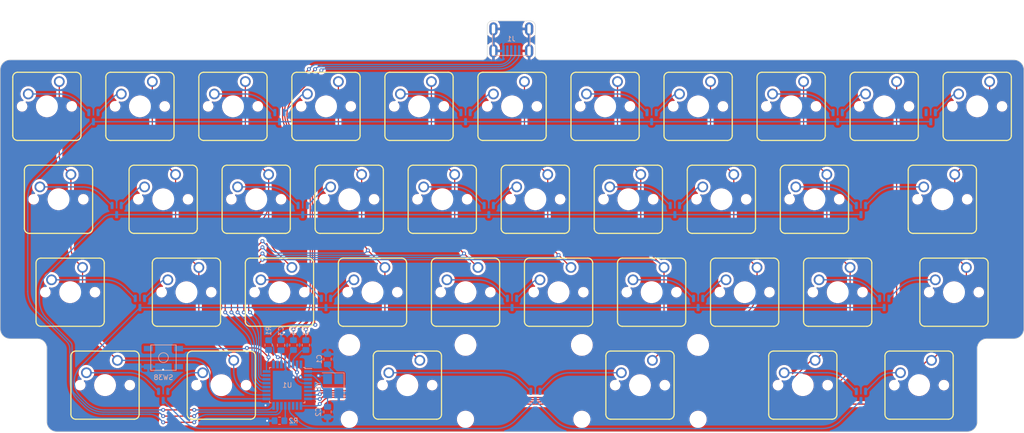
<source format=kicad_pcb>
(kicad_pcb (version 20221018) (generator pcbnew)
  (layers (0 "F.Cu" signal) (31 "B.Cu" signal) (34 "B.Paste" user) (35 "F.Paste" user) (36 "B.SilkS" user "B.Silkscreen") (37 "F.SilkS" user "F.Silkscreen") (38 "B.Mask" user) (39 "F.Mask" user) (44 "Edge.Cuts" user))
  (net 0 "")
  (net 1 "Net-(D1-A1)")
  (net 2 "Net-(D1-A2)")
  (net 3 "Net-(D2-A1)")
  (net 4 "Net-(D2-A2)")
  (net 5 "Net-(D3-A1)")
  (net 6 "Net-(D3-A2)")
  (net 7 "Net-(D4-A1)")
  (net 8 "Net-(D5-A1)")
  (net 10 "Net-(D6-A2)")
  (net 11 "Net-(D7-A1)")
  (net 12 "Net-(D8-A1)")
  (net 13 "Net-(D9-A1)")
  (net 14 "Net-(D10-A1)")
  (net 15 "Net-(D10-A2)")
  (net 16 "Net-(D11-A1)")
  (net 17 "Net-(D11-A2)")
  (net 18 "Net-(D12-A1)")
  (net 19 "Net-(D13-A1)")
  (net 20 "Net-(D13-A2)")
  (net 21 "Net-(D14-A1)")
  (net 22 "Net-(D14-A2)")
  (net 23 "Net-(D15-A1)")
  (net 24 "Net-(D16-A1)")
  (net 25 "Net-(D17-A1)")
  (net 26 "Net-(D17-A2)")
  (net 27 "Net-(D18-A1)")
  (net 28 "Net-(D18-A2)")
  (net 29 "Net-(D19-A1)")
  (net 30 "Net-(D19-A2)")
  (net 31 "Net-(D4-A2)")
  (net 32 "Net-(D5-A2)")
  (net 33 "Net-(D7-A2)")
  (net 34 "Net-(D8-A2)")
  (net 35 "Net-(D9-A2)")
  (net 36 "Net-(D12-A2)")
  (net 37 "Net-(D15-A2)")
  (net 38 "Net-(D16-A2)")
  (net 39 "GND")
  (net 40 "Net-(U1-XTAL1)")
  (net 41 "Net-(U1-PC0{slash}XTAL2)")
  (net 42 "Net-(U1-UCAP)")
  (net 43 "+5V")
  (net 44 "Net-(U1-PC1{slash}~{RESET})")
  (net 45 "Net-(U1-~{HWB}{slash}PD7)")
  (net 46 "Net-(U1-D-)")
  (net 47 "Net-(U1-D+)")
  (net 54 "Net-(J1-D-)")
  (net 55 "Net-(J1-D+)")
  (net 57 "r1")
  (net 58 "r2")
  (net 59 "r3")
  (net 60 "r4")
  (net 61 "1")
  (net 62 "2")
  (net 63 "3")
  (net 64 "4")
  (net 65 "5")
  (net 66 "6")
  (net 67 "7")
  (net 68 "8")
  (net 69 "9")
  (net 70 "10")
  (net 71 "11")
  (footprint "custom-parts:MX_1U" (layer "F.Cu") (at 56.515 29.845)
    (fp_text reference "SW2" hide)
    (fp_text value "SW_Push")
  )
  (footprint "custom-parts:MX_1U" (layer "F.Cu") (at 113.665 29.845)
    (fp_text reference "SW5" hide)
    (fp_text value "SW_Push")
  )
  (footprint "custom-parts:MX_1U" (layer "F.Cu") (at 199.39 67.945)
    (fp_text reference "SW30" hide)
    (fp_text value "SW_Push")
  )
  (footprint "custom-parts:MX_1.25U" (layer "F.Cu") (at 192.24625 86.995)
    (fp_text reference "SW36" hide)
    (fp_text value "SW_Push")
  )
  (footprint "custom-parts:MX_2.75U" (layer "F.Cu") (at 111.28375 86.995)
    (fp_text reference "SW34" hide)
    (fp_text value "SW_Push")
  )
  (footprint "custom-parts:MX_1U" (layer "F.Cu") (at 227.965 29.845)
    (fp_text reference "SW11" hide)
    (fp_text value "SW_Push")
  )
  (footprint "custom-parts:MX_1U" (layer "F.Cu") (at 170.815 29.845)
    (fp_text reference "SW8" hide)
    (fp_text value "SW_Push")
  )
  (footprint "custom-parts:MX_1.25U" (layer "F.Cu") (at 39.84625 48.895)
    (fp_text reference "SW12" hide)
    (fp_text value "SW_Push")
  )
  (footprint "custom-parts:MX_1U" (layer "F.Cu") (at 99.3775 48.895)
    (fp_text reference "SW15" hide)
    (fp_text value "SW_Push")
  )
  (footprint "custom-parts:MX_1.25U" (layer "F.Cu") (at 73.18375 86.995)
    (fp_text reference "SW33" hide)
    (fp_text value "SW_Push")
  )
  (footprint "custom-parts:MX_1U" (layer "F.Cu") (at 208.915 29.845)
    (fp_text reference "SW10" hide)
    (fp_text value "SW_Push")
  )
  (footprint "custom-parts:MX_1U" (layer "F.Cu") (at 194.6275 48.895)
    (fp_text reference "SW20" hide)
    (fp_text value "SW_Push")
  )
  (footprint "custom-parts:MX_1.25U" (layer "F.Cu") (at 216.05875 86.995)
    (fp_text reference "SW37" hide)
    (fp_text value "SW_Push")
  )
  (footprint "custom-parts:MX_1U" (layer "F.Cu") (at 161.29 67.945)
    (fp_text reference "SW28" hide)
    (fp_text value "SW_Push")
  )
  (footprint "custom-parts:MX_1U" (layer "F.Cu") (at 61.2775 48.895)
    (fp_text reference "SW13" hide)
    (fp_text value "SW_Push")
  )
  (footprint "custom-parts:MX_1U" (layer "F.Cu") (at 75.565 29.845)
    (fp_text reference "SW3" hide)
    (fp_text value "SW_Push")
  )
  (footprint "custom-parts:MX_1U" (layer "F.Cu") (at 123.19 67.945)
    (fp_text reference "SW26" hide)
    (fp_text value "SW_Push")
  )
  (footprint "custom-parts:MX_1U" (layer "F.Cu") (at 189.865 29.845)
    (fp_text reference "SW9" hide)
    (fp_text value "SW_Push")
  )
  (footprint "custom-parts:MX_1U" (layer "F.Cu") (at 151.765 29.845)
    (fp_text reference "SW7" hide)
    (fp_text value "SW_Push")
  )
  (footprint "custom-parts:MX_1U" (layer "F.Cu") (at 132.715 29.845)
    (fp_text reference "SW6" hide)
    (fp_text value "SW_Push")
  )
  (footprint "custom-parts:MX_1U" (layer "F.Cu") (at 180.34 67.945)
    (fp_text reference "SW29" hide)
    (fp_text value "SW_Push")
  )
  (footprint "custom-parts:MX_1.5U" (layer "F.Cu") (at 42.2275 67.945)
    (fp_text reference "SW22" hide)
    (fp_text value "SW_Push")
  )
  (footprint "custom-parts:MX_1.5U" (layer "F.Cu") (at 223.2025 67.945)
    (fp_text reference "SW31" hide)
    (fp_text value "SW_Push")
  )
  (footprint "custom-parts:MX_1U" (layer "F.Cu") (at 66.04 67.945)
    (fp_text reference "SW23" hide)
    (fp_text value "SW_Push")
  )
  (footprint "custom-parts:MX_2.25U" (layer "F.Cu") (at 158.90875 86.995)
    (fp_text reference "SW35" hide)
    (fp_text value "SW_Push")
  )
  (footprint "custom-parts:MX_1.25U" (layer "F.Cu") (at 49.37125 86.995)
    (fp_text reference "SW32" hide)
    (fp_text value "SW_Push")
  )
  (footprint "custom-parts:MX_1.75U" (layer "F.Cu") (at 220.82125 48.895)
    (fp_text reference "SW21" hide)
    (fp_text value "SW_Push")
  )
  (footprint "custom-parts:MX_1U" (layer "F.Cu") (at 104.14 67.945)
    (fp_text reference "SW25" hide)
    (fp_text value "SW_Push")
  )
  (footprint "custom-parts:MX_1U" (layer "F.Cu") (at 80.3275 48.895)
    (fp_text reference "SW14" hide)
    (fp_text value "SW_Push")
  )
  (footprint "custom-parts:MX_1U" (layer "F.Cu") (at 118.4275 48.895)
    (fp_text reference "SW16" hide)
    (fp_text value "SW_Push")
  )
  (footprint "custom-parts:MX_1U" (layer "F.Cu") (at 156.5275 48.895)
    (fp_text reference "SW18" hide)
    (fp_text value "SW_Push")
  )
  (footprint "custom-parts:MX_1U" (layer "F.Cu") (at 94.615 29.845)
    (fp_text reference "SW4" hide)
    (fp_text value "SW_Push")
  )
  (footprint "custom-parts:MX_1U" (layer "F.Cu") (at 142.24 67.945)
    (fp_text reference "SW27" hide)
    (fp_text value "SW_Push")
  )
  (footprint "custom-parts:MX_1U" (layer "F.Cu") (at 85.09 67.945)
    (fp_text reference "SW24" hide)
    (fp_text value "SW_Push")
  )
  (footprint "custom-parts:MX_1U" (layer "F.Cu") (at 137.4775 48.895)
    (fp_text reference "SW17" hide)
    (fp_text value "SW_Push")
  )
  (footprint "custom-parts:MX_1U" (layer "F.Cu") (at 37.465 29.845)
    (fp_text reference "SW1" hide)
    (fp_text value "SW_Push")
  )
  (footprint "custom-parts:MX_1U" (layer "F.Cu") (at 175.5775 48.895)
    (fp_text reference "SW19" hide)
    (fp_text value "SW_Push")
  )
  (footprint "custom-parts:SOT-23" (layer "B.Cu") (at 158.7525 37.1325 -90)
    (fp_text reference "D4" hide)
    (fp_text value "BAV70_Small")
  )
  (footprint "custom-parts:SOT-23" (layer "B.Cu") (at 215.9025 37.1325 -90)
    (fp_text reference "D6" hide)
    (fp_text value "BAV70_Small")
  )
  (footprint "custom-parts:Molex-0548190589" (layer "B.Cu") (at 130.015 19.05 -90)
    (fp_text reference "J1")
    (fp_text value "USB_B_Mini")
  )
  (footprint "custom-parts:SOT-23" (layer "B.Cu") (at 206.3775 75.2325 -90)
    (fp_text reference "D16" hide)
    (fp_text value "BAV70_Small")
  )
  (footprint "custom-parts:SOT-23" (layer "B.Cu") (at 87.315 56.1825 -90)
    (fp_text reference "D8" hide)
    (fp_text value "BAV70_Small")
  )
  (footprint "custom-parts:SOT-23" (layer "B.Cu") (at 125.41 56.1825 -90)
    (fp_text reference "D9" hide)
    (fp_text value "BAV70_Small")
  )
  (footprint "Resistor_SMD:R_0805_2012Metric_Pad1.20x1.40mm_HandSolder" (layer "B.Cu") (at 82.55 99.3775 180)
    (fp_text reference "R2")
    (fp_text value "10k")
  )
  (footprint "Capacitor_SMD:C_0805_2012Metric_Pad1.18x1.45mm_HandSolder" (layer "B.Cu") (at 92.3925 97.5575 90)
    (fp_text reference "C2")
    (fp_text value "22pf")
  )
  (footprint "custom-parts:SOT-23" (layer "B.Cu") (at 49.21 56.1825 -90)
    (fp_text reference "D7" hide)
    (fp_text value "BAV70_Small")
  )
  (footprint "custom-parts:SOT-23" (layer "B.Cu") (at 168.2775 75.2325 -90)
    (fp_text reference "D15" hide)
    (fp_text value "BAV70_Small")
  )
  (footprint "custom-parts:SOT-23" (layer "B.Cu") (at 58.735 94.2825 -90)
    (fp_text reference "D17" hide)
    (fp_text value "BAV70_Small")
  )
  (footprint "Capacitor_SMD:C_0805_2012Metric_Pad1.18x1.45mm_HandSolder" (layer "B.Cu") (at 92.3925 86.7625 -90)
    (fp_text reference "C1")
    (fp_text value "22pf")
  )
  (footprint "Capacitor_SMD:C_0805_2012Metric_Pad1.18x1.45mm_HandSolder" (layer "B.Cu") (at 82.8675 83.905 -90)
    (fp_text reference "C3")
    (fp_text value "1uf")
  )
  (footprint "Crystal:Crystal_SMD_3225-4Pin_3.2x2.5mm_HandSoldering" (layer "B.Cu") (at 93.5425 92.255 -90)
    (fp_text reference "Y1")
    (fp_text value "Crystal_GND24_Small")
  )
  (footprint "custom-parts:SOT-23" (layer "B.Cu") (at 201.615 94.2825 -90)
    (fp_text reference "D19" hide)
    (fp_text value "BAV70_Small")
  )
  (footprint "Resistor_SMD:R_0805_2012Metric_Pad1.20x1.40mm_HandSolder" (layer "B.Cu") (at 85.4075 83.8675 -90)
    (fp_text reference "R4")
    (fp_text value "10k")
  )
  (footprint "custom-parts:SOT-23" (layer "B.Cu") (at 163.515 56.1825 -90)
    (fp_text reference "D10" hide)
    (fp_text value "BAV70_Small")
  )
  (footprint "custom-parts:SOT-23" (layer "B.Cu") (at 53.9725 75.2325 -90)
    (fp_text reference "D12" hide)
    (fp_text value "BAV70_Small")
  )
  (footprint "custom-parts:SOT-23" (layer "B.Cu") (at 120.6475 37.1325 -90)
    (fp_text reference "D3" hide)
    (fp_text value "BAV70_Small")
  )
  (footprint "custom-parts:SKQG-1155865" (layer "B.Cu") (at 58.7925 86.435 180)
    (fp_text reference "SW38")
    (fp_text value "SW_Push")
  )
  (footprint "Resistor_SMD:R_0805_2012Metric_Pad1.20x1.40mm_HandSolder" (layer "B.Cu") (at 87.9475 83.8675 -90)
    (fp_text reference "R3")
    (fp_text value "10k")
  )
  (footprint "custom-parts:SOT-23" (layer "B.Cu") (at 196.8525 37.1325 -90)
    (fp_text reference "D5" hide)
    (fp_text value "BAV70_Small")
  )
  (footprint "Resistor_SMD:R_0805_2012Metric_Pad1.20x1.40mm_HandSolder" (layer "B.Cu") (at 80.3275 83.8675 -90)
    (fp_text reference "R1")
    (fp_text value "10k")
  )
  (footprint "custom-parts:SOT-23" (layer "B.Cu") (at 92.0725 75.2325 -90)
    (fp_text reference "D13" hide)
    (fp_text value "BAV70_Small")
  )
  (footprint "custom-parts:SOT-23" (layer "B.Cu") (at 201.615 56.1825 -90)
    (fp_text reference "D11" hide)
    (fp_text value "BAV70_Small")
  )
  (footprint "custom-parts:SOT-23" (layer "B.Cu") (at 134.94 94.2825 -90)
    (fp_text reference "D18" hide)
    (fp_text value "BAV70_Small")
  )
  (footprint "custom-parts:SOT-23" (layer "B.Cu") (at 82.5475 37.1325 -90)
    (fp_text reference "D2" hide)
    (fp_text value "BAV70_Small")
  )
  (footprint "custom-parts:SOT-23" (layer "B.Cu") (at 44.4525 37.1325 -90)
    (fp_text reference "D1" hide)
    (fp_text value "BAV70_Small")
  )
  (footprint "custom-parts:SOT-23" (layer "B.Cu") (at 130.1725 75.2325 -90)
    (fp_text reference "D14" hide)
    (fp_text value "BAV70_Small")
  )
  (footprint "Package_QFP:TQFP-32_7x7mm_P0.8mm" (layer "B.Cu") (at 84.1375 92.075 180)
    (fp_text reference "U1")
    (fp_text value "ATmega32U2-A")
  )
  (gr_line (start 32.925 82.55) (end 27.4 82.55) (stroke (width 0.1)) (layer "Edge.Cuts"))
  (gr_arc (start 36.925 101.6) (mid 35.510786 101.014214) (end 34.925 99.6) (stroke (width 0.1)) (layer "Edge.Cuts"))
  (gr_line (start 135.9375 25.4) (end 232.95 25.4) (stroke (width 0.1)) (layer "Edge.Cuts"))
  (gr_line (start 34.925 99.6) (end 34.925 84.55) (stroke (width 0.1)) (layer "Edge.Cuts"))
  (gr_line (start 25.4 80.55) (end 25.4 27.4) (stroke (width 0.1)) (layer "Edge.Cuts"))
  (gr_line (start 234.95 27.4) (end 234.95 80.55) (stroke (width 0.1)) (layer "Edge.Cuts"))
  (gr_arc (start 232.95 25.4) (mid 234.364214 25.985786) (end 234.95 27.4) (stroke (width 0.1)) (layer "Edge.Cuts"))
  (gr_arc (start 32.925 82.55) (mid 34.339214 83.135786) (end 34.925 84.55) (stroke (width 0.1)) (layer "Edge.Cuts"))
  (gr_line (start 134.9375 18.415) (end 134.9375 24.4) (stroke (width 0.1)) (layer "Edge.Cuts"))
  (gr_arc (start 27.4 82.55) (mid 25.985786 81.964214) (end 25.4 80.55) (stroke (width 0.1)) (layer "Edge.Cuts"))
  (gr_line (start 225.425 84.55) (end 225.425 99.6) (stroke (width 0.1)) (layer "Edge.Cuts"))
  (gr_arc (start 135.9375 25.4) (mid 135.230393 25.107107) (end 134.9375 24.4) (stroke (width 0.1)) (layer "Edge.Cuts"))
  (gr_arc (start 225.425 99.6) (mid 224.839214 101.014214) (end 223.425 101.6) (stroke (width 0.1)) (layer "Edge.Cuts"))
  (gr_line (start 125.095 24.4) (end 125.095 18.415) (stroke (width 0.1)) (layer "Edge.Cuts"))
  (gr_arc (start 125.095 24.4) (mid 124.802107 25.107107) (end 124.095 25.4) (stroke (width 0.1)) (layer "Edge.Cuts"))
  (gr_arc (start 125.095 18.415) (mid 125.387893 17.707893) (end 126.095 17.415) (stroke (width 0.1)) (layer "Edge.Cuts"))
  (gr_line (start 232.95 82.55) (end 227.425 82.55) (stroke (width 0.1)) (layer "Edge.Cuts"))
  (gr_line (start 27.4 25.4) (end 124.095 25.4) (stroke (width 0.1)) (layer "Edge.Cuts"))
  (gr_arc (start 133.9375 17.415) (mid 134.644607 17.707893) (end 134.9375 18.415) (stroke (width 0.1)) (layer "Edge.Cuts"))
  (gr_arc (start 234.95 80.55) (mid 234.364214 81.964214) (end 232.95 82.55) (stroke (width 0.1)) (layer "Edge.Cuts"))
  (gr_line (start 126.095 17.415) (end 133.9375 17.415) (stroke (width 0.1)) (layer "Edge.Cuts"))
  (gr_line (start 223.425 101.6) (end 36.925 101.6) (stroke (width 0.1)) (layer "Edge.Cuts"))
  (gr_arc (start 25.4 27.4) (mid 25.985786 25.985786) (end 27.4 25.4) (stroke (width 0.1)) (layer "Edge.Cuts"))
  (gr_arc (start 225.425 84.55) (mid 226.010786 83.135786) (end 227.425 82.55) (stroke (width 0.1)) (layer "Edge.Cuts"))
  (segment (start 41.286292 33.978792) (end 43.5025 36.195) (width 0.25) (layer "B.Cu") (net 1))
  (segment (start 37.438536 32.385) (end 31.115 32.385) (width 0.25) (layer "B.Cu") (net 1))
  (arc (start 41.286292 33.978792) (mid 39.520926 32.799213) (end 37.438536 32.385) (width 0.25) (layer "B.Cu") (net 1))
  (segment (start 49.68875 32.385) (end 50.165 32.385) (width 0.25) (layer "B.Cu") (net 2))
  (segment (start 48.87574 32.721759) (end 45.4025 36.195) (width 0.25) (layer "B.Cu") (net 2))
  (arc (start 48.87574 32.721759) (mid 49.248752 32.47252) (end 49.68875 32.385) (width 0.25) (layer "B.Cu") (net 2))
  (segment (start 75.533536 32.385) (end 69.215 32.385) (width 0.25) (layer "B.Cu") (net 3))
  (segment (start 79.381292 33.978792) (end 81.5975 36.195) (width 0.25) (layer "B.Cu") (net 3))
  (arc (start 79.381292 33.978792) (mid 77.615926 32.799213) (end 75.533536 32.385) (width 0.25) (layer "B.Cu") (net 3))
  (segment (start 86.968972 32.723527) (end 83.4975 36.195) (width 0.25) (layer "B.Cu") (net 4))
  (segment (start 87.78625 32.385) (end 88.265 32.385) (width 0.25) (layer "B.Cu") (net 4))
  (arc (start 87.78625 32.385) (mid 87.343942 32.47298) (end 86.968972 32.723527) (width 0.25) (layer "B.Cu") (net 4))
  (segment (start 113.633536 32.385) (end 107.315 32.385) (width 0.25) (layer "B.Cu") (net 5))
  (segment (start 117.481292 33.978792) (end 119.6975 36.195) (width 0.25) (layer "B.Cu") (net 5))
  (arc (start 117.481292 33.978792) (mid 115.715926 32.799213) (end 113.633536 32.385) (width 0.25) (layer "B.Cu") (net 5))
  (segment (start 125.88625 32.385) (end 126.365 32.385) (width 0.25) (layer "B.Cu") (net 6))
  (segment (start 125.068972 32.723527) (end 121.5975 36.195) (width 0.25) (layer "B.Cu") (net 6))
  (arc (start 125.068972 32.723527) (mid 125.443942 32.47298) (end 125.88625 32.385) (width 0.25) (layer "B.Cu") (net 6))
  (segment (start 155.586292 33.978792) (end 157.8025 36.195) (width 0.25) (layer "B.Cu") (net 7))
  (segment (start 151.738536 32.385) (end 145.415 32.385) (width 0.25) (layer "B.Cu") (net 7))
  (arc (start 151.738536 32.385) (mid 153.820926 32.799213) (end 155.586292 33.978792) (width 0.25) (layer "B.Cu") (net 7))
  (segment (start 189.838536 32.385) (end 183.515 32.385) (width 0.25) (layer "B.Cu") (net 8))
  (segment (start 193.686292 33.978792) (end 195.9025 36.195) (width 0.25) (layer "B.Cu") (net 8))
  (arc (start 189.838536 32.385) (mid 191.920926 32.799213) (end 193.686292 33.978792) (width 0.25) (layer "B.Cu") (net 8))
  (segment (start 220.32574 32.721759) (end 216.8525 36.195) (width 0.25) (layer "B.Cu") (net 10))
  (segment (start 221.13875 32.385) (end 221.615 32.385) (width 0.25) (layer "B.Cu") (net 10))
  (arc (start 221.13875 32.385) (mid 220.698752 32.47252) (end 220.32574 32.721759) (width 0.25) (layer "B.Cu") (net 10))
  (segment (start 42.196036 51.435) (end 33.49625 51.435) (width 0.25) (layer "B.Cu") (net 11))
  (segment (start 46.043792 53.028792) (end 48.26 55.245) (width 0.25) (layer "B.Cu") (net 11))
  (arc (start 42.196036 51.435) (mid 44.278426 51.849213) (end 46.043792 53.028792) (width 0.25) (layer "B.Cu") (net 11))
  (segment (start 84.148792 53.028792) (end 86.365 55.245) (width 0.25) (layer "B.Cu") (net 12))
  (segment (start 80.301036 51.435) (end 73.9775 51.435) (width 0.25) (layer "B.Cu") (net 12))
  (arc (start 80.301036 51.435) (mid 82.383426 51.849213) (end 84.148792 53.028792) (width 0.25) (layer "B.Cu") (net 12))
  (segment (start 118.396036 51.435) (end 112.0775 51.435) (width 0.25) (layer "B.Cu") (net 13))
  (segment (start 122.243792 53.028792) (end 124.46 55.245) (width 0.25) (layer "B.Cu") (net 13))
  (arc (start 118.396036 51.435) (mid 120.478426 51.849213) (end 122.243792 53.028792) (width 0.25) (layer "B.Cu") (net 13))
  (segment (start 160.348792 53.028792) (end 162.565 55.245) (width 0.25) (layer "B.Cu") (net 14))
  (segment (start 156.501036 51.435) (end 150.1775 51.435) (width 0.25) (layer "B.Cu") (net 14))
  (arc (start 160.348792 53.028792) (mid 158.583426 51.849213) (end 156.501036 51.435) (width 0.25) (layer "B.Cu") (net 14))
  (segment (start 167.93824 51.771759) (end 164.465 55.245) (width 0.25) (layer "B.Cu") (net 15))
  (segment (start 168.75125 51.435) (end 169.2275 51.435) (width 0.25) (layer "B.Cu") (net 15))
  (arc (start 168.75125 51.435) (mid 168.311252 51.52252) (end 167.93824 51.771759) (width 0.25) (layer "B.Cu") (net 15))
  (segment (start 198.448792 53.028792) (end 200.665 55.245) (width 0.25) (layer "B.Cu") (net 16))
  (segment (start 194.601036 51.435) (end 188.2775 51.435) (width 0.25) (layer "B.Cu") (net 16))
  (arc (start 194.601036 51.435) (mid 196.683426 51.849213) (end 198.448792 53.028792) (width 0.25) (layer "B.Cu") (net 16))
  (segment (start 208.628963 51.435) (end 214.47125 51.435) (width 0.25) (layer "B.Cu") (net 17))
  (segment (start 204.781207 53.028792) (end 202.565 55.245) (width 0.25) (layer "B.Cu") (net 17))
  (arc (start 204.781207 53.028792) (mid 206.546572 51.849213) (end 208.628963 51.435) (width 0.25) (layer "B.Cu") (net 17))
  (segment (start 50.806292 72.078792) (end 53.0225 74.295) (width 0.25) (layer "B.Cu") (net 18))
  (segment (start 46.958536 70.485) (end 35.8775 70.485) (width 0.25) (layer "B.Cu") (net 18))
  (arc (start 46.958536 70.485) (mid 49.040926 70.899213) (end 50.806292 72.078792) (width 0.25) (layer "B.Cu") (net 18))
  (segment (start 88.906292 72.078792) (end 91.1225 74.295) (width 0.25) (layer "B.Cu") (net 19))
  (segment (start 85.058536 70.485) (end 78.74 70.485) (width 0.25) (layer "B.Cu") (net 19))
  (arc (start 85.058536 70.485) (mid 87.140926 70.899213) (end 88.906292 72.078792) (width 0.25) (layer "B.Cu") (net 19))
  (segment (start 97.31125 70.485) (end 97.79 70.485) (width 0.25) (layer "B.Cu") (net 20))
  (segment (start 96.493972 70.823527) (end 93.0225 74.295) (width 0.25) (layer "B.Cu") (net 20))
  (arc (start 97.31125 70.485) (mid 96.868942 70.57298) (end 96.493972 70.823527) (width 0.25) (layer "B.Cu") (net 20))
  (segment (start 127.006292 72.078792) (end 129.2225 74.295) (width 0.25) (layer "B.Cu") (net 21))
  (segment (start 123.158536 70.485) (end 116.84 70.485) (width 0.25) (layer "B.Cu") (net 21))
  (arc (start 127.006292 72.078792) (mid 125.240926 70.899213) (end 123.158536 70.485) (width 0.25) (layer "B.Cu") (net 21))
  (segment (start 134.593972 70.823527) (end 131.1225 74.295) (width 0.25) (layer "B.Cu") (net 22))
  (segment (start 135.41125 70.485) (end 135.89 70.485) (width 0.25) (layer "B.Cu") (net 22))
  (arc (start 135.41125 70.485) (mid 134.968942 70.57298) (end 134.593972 70.823527) (width 0.25) (layer "B.Cu") (net 22))
  (segment (start 165.111292 72.078792) (end 167.3275 74.295) (width 0.25) (layer "B.Cu") (net 23))
  (segment (start 161.263536 70.485) (end 154.94 70.485) (width 0.25) (layer "B.Cu") (net 23))
  (arc (start 161.263536 70.485) (mid 163.345926 70.899213) (end 165.111292 72.078792) (width 0.25) (layer "B.Cu") (net 23))
  (segment (start 203.211292 72.078792) (end 205.4275 74.295) (width 0.25) (layer "B.Cu") (net 24))
  (segment (start 199.363536 70.485) (end 193.04 70.485) (width 0.25) (layer "B.Cu") (net 24))
  (arc (start 199.363536 70.485) (mid 201.445926 70.899213) (end 203.211292 72.078792) (width 0.25) (layer "B.Cu") (net 24))
  (segment (start 51.721036 89.535) (end 43.02125 89.535) (width 0.25) (layer "B.Cu") (net 25))
  (segment (start 55.568792 91.128792) (end 57.785 93.345) (width 0.25) (layer "B.Cu") (net 25))
  (arc (start 55.568792 91.128792) (mid 53.803426 89.949213) (end 51.721036 89.535) (width 0.25) (layer "B.Cu") (net 25))
  (segment (start 62.314573 90.715426) (end 59.685 93.345) (width 0.25) (layer "B.Cu") (net 26))
  (segment (start 65.164375 89.535) (end 66.83375 89.535) (width 0.25) (layer "B.Cu") (net 26))
  (arc (start 62.314573 90.715426) (mid 63.622073 89.841782) (end 65.164375 89.535) (width 0.25) (layer "B.Cu") (net 26))
  (segment (start 127.926036 89.535) (end 104.93375 89.535) (width 0.25) (layer "B.Cu") (net 27))
  (segment (start 131.773792 91.128792) (end 133.99 93.345) (width 0.25) (layer "B.Cu") (net 27))
  (arc (start 127.926036 89.535) (mid 130.008426 89.949213) (end 131.773792 91.128792) (width 0.25) (layer "B.Cu") (net 27))
  (segment (start 141.953963 89.535) (end 152.55875 89.535) (width 0.25) (layer "B.Cu") (net 28))
  (segment (start 138.106207 91.128792) (end 135.89 93.345) (width 0.25) (layer "B.Cu") (net 28))
  (arc (start 141.953963 89.535) (mid 139.871572 89.949213) (end 138.106207 91.128792) (width 0.25) (layer "B.Cu") (net 28))
  (segment (start 198.448792 91.128792) (end 200.665 93.345) (width 0.25) (layer "B.Cu") (net 29))
  (segment (start 194.601036 89.535) (end 185.89625 89.535) (width 0.25) (layer "B.Cu") (net 29))
  (arc (start 194.601036 89.535) (mid 196.683426 89.949213) (end 198.448792 91.128792) (width 0.25) (layer "B.Cu") (net 29))
  (segment (start 205.196341 90.713658) (end 202.565 93.345) (width 0.25) (layer "B.Cu") (net 30))
  (segment (start 208.041875 89.535) (end 209.70875 89.535) (width 0.25) (layer "B.Cu") (net 30))
  (arc (start 205.196341 90.713658) (mid 206.501883 89.841323) (end 208.041875 89.535) (width 0.25) (layer "B.Cu") (net 30))
  (segment (start 163.17574 32.721759) (end 159.7025 36.195) (width 0.25) (layer "B.Cu") (net 31))
  (segment (start 163.98875 32.385) (end 164.465 32.385) (width 0.25) (layer "B.Cu") (net 31))
  (arc (start 163.17574 32.721759) (mid 163.548752 32.47252) (end 163.98875 32.385) (width 0.25) (layer "B.Cu") (net 31))
  (segment (start 202.08875 32.385) (end 202.565 32.385) (width 0.25) (layer "B.Cu") (net 32))
  (segment (start 201.27574 32.721759) (end 197.8025 36.195) (width 0.25) (layer "B.Cu") (net 32))
  (arc (start 202.08875 32.385) (mid 201.648752 32.47252) (end 201.27574 32.721759) (width 0.25) (layer "B.Cu") (net 32))
  (segment (start 53.631472 51.773527) (end 50.16 55.245) (width 0.25) (layer "B.Cu") (net 33))
  (segment (start 54.44875 51.435) (end 54.9275 51.435) (width 0.25) (layer "B.Cu") (net 33))
  (arc (start 53.631472 51.773527) (mid 54.006442 51.52298) (end 54.44875 51.435) (width 0.25) (layer "B.Cu") (net 33))
  (segment (start 92.55125 51.435) (end 93.0275 51.435) (width 0.25) (layer "B.Cu") (net 34))
  (segment (start 91.73824 51.771759) (end 88.265 55.245) (width 0.25) (layer "B.Cu") (net 34))
  (arc (start 92.55125 51.435) (mid 92.111252 51.52252) (end 91.73824 51.771759) (width 0.25) (layer "B.Cu") (net 34))
  (segment (start 129.831472 51.773527) (end 126.36 55.245) (width 0.25) (layer "B.Cu") (net 35))
  (segment (start 130.64875 51.435) (end 131.1275 51.435) (width 0.25) (layer "B.Cu") (net 35))
  (arc (start 130.64875 51.435) (mid 130.206442 51.52298) (end 129.831472 51.773527) (width 0.25) (layer "B.Cu") (net 35))
  (segment (start 58.393972 70.823527) (end 54.9225 74.295) (width 0.25) (layer "B.Cu") (net 36))
  (segment (start 59.21125 70.485) (end 59.69 70.485) (width 0.25) (layer "B.Cu") (net 36))
  (arc (start 59.21125 70.485) (mid 58.768942 70.57298) (end 58.393972 70.823527) (width 0.25) (layer "B.Cu") (net 36))
  (segment (start 172.70074 70.821759) (end 169.2275 74.295) (width 0.25) (layer "B.Cu") (net 37))
  (segment (start 173.51375 70.485) (end 173.99 70.485) (width 0.25) (layer "B.Cu") (net 37))
  (arc (start 172.70074 70.821759) (mid 173.073752 70.57252) (end 173.51375 70.485) (width 0.25) (layer "B.Cu") (net 37))
  (segment (start 213.391463 70.485) (end 216.8525 70.485) (width 0.25) (layer "B.Cu") (net 38))
  (segment (start 209.543707 72.078792) (end 207.3275 74.295) (width 0.25) (layer "B.Cu") (net 38))
  (arc (start 213.391463 70.485) (mid 211.309072 70.899213) (end 209.543707 72.078792) (width 0.25) (layer "B.Cu") (net 38))
  (via (at 85.4075 90.4875) (size 0.8) (drill 0.4) (layers "F.Cu" "B.Cu") (net 39))
  (via (at 83.5025 81.28) (size 0.8) (drill 0.4) (layers "F.Cu" "B.Cu") (net 39))
  (via (at 58.7375 88.9) (size 0.8) (drill 0.4) (layers "F.Cu" "B.Cu") (net 39))
  (via (at 80.01 99.3775) (size 0.8) (drill 0.4) (layers "F.Cu" "B.Cu") (net 39))
  (via (at 90.5223 90.1352) (size 0.8) (drill 0.4) (layers "F.Cu" "B.Cu") (net 39))
  (via (at 86.862 90.451451) (size 0.8) (drill 0.4) (layers "F.Cu" "B.Cu") (net 39))
  (via (at 79.6925 96.2025) (size 0.8) (drill 0.4) (layers "F.Cu" "B.Cu") (net 39))
  (segment (start 90.5223 90.1352) (end 91.249079 90.1352) (width 0.25) (layer "B.Cu") (net 39))
  (segment (start 92.0576 90.4701) (end 92.3925 90.805) (width 0.25) (layer "B.Cu") (net 39))
  (segment (start 82.8675 82.364012) (end 82.8675 82.8675) (width 0.25) (layer "B.Cu") (net 39))
  (segment (start 86.862 90.451451) (end 87.073774 90.663225) (width 0.25) (layer "B.Cu") (net 39))
  (segment (start 80.01 99.3775) (end 81.55 99.3775) (width 0.25) (layer "B.Cu") (net 39))
  (segment (start 85.4075 90.4875) (end 84.088401 89.168401) (width 0.25) (layer "B.Cu") (net 39))
  (segment (start 83.185 81.5975) (end 83.5025 81.28) (width 0.25) (layer "B.Cu") (net 39))
  (segment (start 87.585043 90.875) (end 88.3875 90.875) (width 0.25) (layer "B.Cu") (net 39))
  (segment (start 83.7375 88.32125) (end 83.7375 87.825) (width 0.25) (layer "B.Cu") (net 39))
  (arc (start 87.585043 90.875) (mid 87.308346 90.819961) (end 87.073774 90.663225) (width 0.25) (layer "B.Cu") (net 39))
  (arc (start 83.185 81.5975) (mid 82.950015 81.949178) (end 82.8675 82.364012) (width 0.25) (layer "B.Cu") (net 39))
  (arc (start 92.0576 90.4701) (mid 91.686647 90.222237) (end 91.249079 90.1352) (width 0.25) (layer "B.Cu") (net 39))
  (arc (start 84.088401 89.168401) (mid 83.828696 88.779725) (end 83.7375 88.32125) (width 0.25) (layer "B.Cu") (net 39))
  (segment (start 94.6925 90.655) (end 94.6925 90.805) (width 0.25) (layer "B.Cu") (net 40))
  (segment (start 93.9975 89.81) (end 92.9275 88.74) (width 0.25) (layer "B.Cu") (net 40))
  (segment (start 92.3925 88.0025) (end 92.3925 87.8) (width 0.25) (layer "B.Cu") (net 40))
  (segment (start 92.535689 88.348189) (end 92.9275 88.74) (width 0.25) (layer "B.Cu") (net 40))
  (segment (start 92.705895 89.275) (end 88.3875 89.275) (width 0.25) (layer "B.Cu") (net 40))
  (segment (start 93.9975 89.81) (end 94.586433 90.398933) (width 0.25) (layer "B.Cu") (net 40))
  (arc (start 92.3925 88.0025) (mid 92.429713 88.189585) (end 92.535689 88.348189) (width 0.25) (layer "B.Cu") (net 40))
  (arc (start 94.6925 90.655) (mid 94.664934 90.516417) (end 94.586433 90.398933) (width 0.25) (layer "B.Cu") (net 40))
  (arc (start 92.705895 89.275) (mid 92.995435 89.081535) (end 92.9275 88.74) (width 0.25) (layer "B.Cu") (net 40))
  (arc (start 93.9975 89.81) (mid 93.404906 89.414041) (end 92.705895 89.275) (width 0.25) (layer "B.Cu") (net 40))
  (segment (start 88.9125 90.075) (end 88.3875 90.075) (width 0.25) (layer "B.Cu") (net 41))
  (segment (start 92.3925 93.705) (end 92.3925 96.52) (width 0.25) (layer "B.Cu") (net 41))
  (segment (start 91.406148 92.718648) (end 92.3925 93.705) (width 0.25) (layer "B.Cu") (net 41))
  (segment (start 90.928851 91.566351) (end 89.808731 90.446231) (width 0.25) (layer "B.Cu") (net 41))
  (arc (start 90.928851 91.566351) (mid 91.105477 91.83069) (end 91.1675 92.1425) (width 0.25) (layer "B.Cu") (net 41))
  (arc (start 88.9125 90.075) (mid 89.397536 90.171479) (end 89.808731 90.446231) (width 0.25) (layer "B.Cu") (net 41))
  (arc (start 91.406148 92.718648) (mid 91.229522 92.454309) (end 91.1675 92.1425) (width 0.25) (layer "B.Cu") (net 41))
  (segment (start 82.9025 84.8925) (end 82.8675 84.8575) (width 0.25) (layer "B.Cu") (net 42))
  (segment (start 82.9375 84.976997) (end 82.9375 87.825) (width 0.25) (layer "B.Cu") (net 42))
  (arc (start 82.9025 84.8925) (mid 82.928403 84.931267) (end 82.9375 84.976997) (width 0.25) (layer "B.Cu") (net 42))
  (segment (start 82.6625 86.4145) (end 82.213 86.4145) (width 0.25) (layer "F.Cu") (net 43))
  (segment (start 89.755 46.603671) (end 89.755 79.492237) (width 0.25) (layer "F.Cu") (net 43))
  (segment (start 89.82123 79.652131) (end 89.88746 79.718361) (width 0.25) (layer "F.Cu") (net 43))
  (segment (start 85.545162 33.089582) (end 91.102528 27.532216) (width 0.25) (layer "F.Cu") (net 43))
  (segment (start 91.115122 27.527) (end 91.1225 27.527) (width 0.25) (layer "F.Cu") (net 43))
  (segment (start 83.429844 86.732344) (end 86.1375 89.44) (width 0.25) (layer "F.Cu") (net 43))
  (segment (start 88.161207 42.755915) (end 85.545162 40.13987) (width 0.25) (layer "F.Cu") (net 43))
  (via (at 86.1375 89.44) (size 0.8) (drill 0.4) (layers "F.Cu" "B.Cu") (net 43))
  (via (at 82.213 86.36) (size 0.8) (drill 0.4) (layers "F.Cu" "B.Cu") (net 43))
  (via (at 89.88746 79.718361) (size 0.8) (drill 0.4) (layers "F.Cu" "B.Cu") (net 43))
  (via (at 91.1225 27.527) (size 0.8) (drill 0.4) (layers "F.Cu" "B.Cu") (net 43))
  (arc (start 91.115122 27.527) (mid 91.108306 27.528355) (end 91.102528 27.532216) (width 0.25) (layer "F.Cu") (net 43))
  (arc (start 85.545162 40.13987) (mid 84.464483 38.52252) (end 84.085 36.614726) (width 0.25) (layer "F.Cu") (net 43))
  (arc (start 84.085 36.614726) (mid 84.464483 34.706932) (end 85.545162 33.089582) (width 0.25) (layer "F.Cu") (net 43))
  (arc (start 88.161207 42.755915) (mid 89.340786 44.52128) (end 89.755 46.603671) (width 0.25) (layer "F.Cu") (net 43))
  (arc (start 89.82123 79.652131) (mid 89.772212 79.578771) (end 89.755 79.492237) (width 0.25) (layer "F.Cu") (net 43))
  (arc (start 83.429844 86.732344) (mid 83.077783 86.497104) (end 82.6625 86.4145) (width 0.25) (layer "F.Cu") (net 43))
  (segment (start 131.128864 25.411135) (end 130.451249 26.088749) (width 0.25) (layer "B.Cu") (net 43))
  (segment (start 86.1375 90.351992) (end 86.1375 89.44) (width 0.25) (layer "B.Cu") (net 43))
  (segment (start 81.915 81.28) (end 80.58375 82.61125) (width 0.25) (layer "B.Cu") (net 43))
  (segment (start 81.3525 84.891034) (end 81.3525 84.617284) (width 0.25) (layer "B.Cu") (net 43))
  (segment (start 80.58375 83.12375) (end 80.84 83.38) (width 0.25) (layer "B.Cu") (net 43))
  (segment (start 82.213 86.36) (end 81.78275 85.92975) (width 0.25) (layer "B.Cu") (net 43))
  (segment (start 82.213 86.36) (end 82.2325 86.36) (width 0.25) (layer "B.Cu") (net 43))
  (segment (start 85.747564 79.6925) (end 89.843312 79.6925) (width 0.25) (layer "B.Cu") (net 43))
  (segment (start 87.460507 91.675) (end 88.3875 91.675) (width 0.25) (layer "B.Cu") (net 43))
  (segment (start 86.1375 89.44) (end 86.1375 87.825) (width 0.25) (layer "B.Cu") (net 43))
  (segment (start 131.615 24.2375) (end 131.615 23.55) (width 0.25) (layer "B.Cu") (net 43))
  (segment (start 127.641708 27.2525) (end 91.5911 27.2525) (width 0.25) (layer "B.Cu") (net 43))
  (segment (start 91.25975 27.38975) (end 91.1225 27.527) (width 0.25) (layer "B.Cu") (net 43))
  (segment (start 89.88746 79.718361) (end 89.874529 79.70543) (width 0.25) (layer "B.Cu") (net 43))
  (arc (start 89.874529 79.70543) (mid 89.860206 79.69586) (end 89.843312 79.6925) (width 0.25) (layer "B.Cu") (net 43))
  (arc (start 86.1375 90.351992) (mid 86.238207 90.858285) (end 86.525 91.2875) (width 0.25) (layer "B.Cu") (net 43))
  (arc (start 86.525 91.2875) (mid 86.954214 91.574292) (end 87.460507 91.675) (width 0.25) (layer "B.Cu") (net 43))
  (arc (start 127.641708 27.2525) (mid 129.162221 26.95005) (end 130.451249 26.088749) (width 0.25) (layer "B.Cu") (net 43))
  (arc (start 131.615 24.2375) (mid 131.488657 24.872666) (end 131.128864 25.411135) (width 0.25) (layer "B.Cu") (net 43))
  (arc (start 80.84 83.38) (mid 81.219305 83.94767) (end 81.3525 84.617284) (width 0.25) (layer "B.Cu") (net 43))
  (arc (start 91.5911 27.2525) (mid 91.411774 27.28817) (end 91.25975 27.38975) (width 0.25) (layer "B.Cu") (net 43))
  (arc (start 80.58375 83.12375) (mid 80.477607 82.8675) (end 80.58375 82.61125) (width 0.25) (layer "B.Cu") (net 43))
  (arc (start 85.747564 79.6925) (mid 83.673395 80.105077) (end 81.915 81.28) (width 0.25) (layer "B.Cu") (net 43))
  (arc (start 81.3525 84.891034) (mid 81.464318 85.453183) (end 81.78275 85.92975) (width 0.25) (layer "B.Cu") (net 43))
  (segment (start 80.3275 86.36) (end 79.320525 85.353025) (width 0.25) (layer "F.Cu") (net 44))
  (segment (start 77.1525 84.455) (end 75.8825 84.455) (width 0.25) (layer "F.Cu") (net 44))
  (via (at 80.3275 86.36) (size 0.8) (drill 0.4) (layers "F.Cu" "B.Cu") (net 44))
  (via (at 75.8825 84.455) (size 0.8) (drill 0.4) (layers "F.Cu" "B.Cu") (net 44))
  (arc (start 77.1525 84.455) (mid 78.325826 84.688389) (end 79.320525 85.353025) (width 0.25) (layer "F.Cu") (net 44))
  (segment (start 80.3275 86.683873) (end 80.3275 86.36) (width 0.25) (layer "B.Cu") (net 44))
  (segment (start 80.01 84.82) (end 79.8875 84.9425) (width 0.25) (layer "B.Cu") (net 44))
  (segment (start 75.660576 84.585) (end 61.8925 84.585) (width 0.25) (layer "B.Cu") (net 44))
  (segment (start 80.3275 86.36) (end 80.3275 84.8675) (width 0.25) (layer "B.Cu") (net 44))
  (segment (start 79.8875 87.746126) (end 79.8875 89.275) (width 0.25) (layer "B.Cu") (net 44))
  (segment (start 75.8825 84.455) (end 75.8175 84.52) (width 0.25) (layer "B.Cu") (net 44))
  (arc (start 75.8175 84.52) (mid 75.745502 84.568107) (end 75.660576 84.585) (width 0.25) (layer "B.Cu") (net 44))
  (arc (start 80.1075 87.215) (mid 79.944676 87.458682) (end 79.8875 87.746126) (width 0.25) (layer "B.Cu") (net 44))
  (arc (start 80.3275 86.683873) (mid 80.270323 86.971316) (end 80.1075 87.215) (width 0.25) (layer "B.Cu") (net 44))
  (segment (start 83.64375 99.28375) (end 83.55 99.3775) (width 0.25) (layer "B.Cu") (net 45))
  (segment (start 83.7375 99.057417) (end 83.7375 96.325) (width 0.25) (layer "B.Cu") (net 45))
  (arc (start 83.7375 99.057417) (mid 83.713135 99.179907) (end 83.64375 99.28375) (width 0.25) (layer "B.Cu") (net 45))
  (segment (start 85.3375 87.3) (end 85.3375 87.825) (width 0.25) (layer "B.Cu") (net 46))
  (segment (start 87.59625 84.8675) (end 87.9475 84.8675) (width 0.25) (layer "B.Cu") (net 46))
  (segment (start 85.70873 86.403768) (end 86.996628 85.115871) (width 0.25) (layer "B.Cu") (net 46))
  (arc (start 85.3375 87.3) (mid 85.433979 86.814962) (end 85.70873 86.403768) (width 0.25) (layer "B.Cu") (net 46))
  (arc (start 87.59625 84.8675) (mid 87.271737 84.932049) (end 86.996628 85.115871) (width 0.25) (layer "B.Cu") (net 46))
  (segment (start 84.9725 85.3025) (end 85.4075 84.8675) (width 0.25) (layer "B.Cu") (net 47))
  (segment (start 84.5375 86.352682) (end 84.5375 87.825) (width 0.25) (layer "B.Cu") (net 47))
  (arc (start 84.5375 86.352682) (mid 84.650552 85.784327) (end 84.9725 85.3025) (width 0.25) (layer "B.Cu") (net 47))
  (segment (start 83.635 36.61214) (end 83.635 35.776463) (width 0.25) (layer "F.Cu") (net 54))
  (segment (start 85.228792 40.459896) (end 87.711207 42.942311) (width 0.25) (layer "F.Cu") (net 54))
  (segment (start 87.9475 80.645) (end 88.62625 79.96625) (width 0.25) (layer "F.Cu") (net 54))
  (segment (start 89.8525 27.305) (end 85.228792 31.928707) (width 0.25) (layer "F.Cu") (net 54))
  (segment (start 89.305 78.327602) (end 89.305 46.790067) (width 0.25) (layer "F.Cu") (net 54))
  (via (at 89.8525 27.305) (size 0.8) (drill 0.4) (layers "F.Cu" "B.Cu") (net 54))
  (via (at 87.9475 80.645) (size 0.8) (drill 0.4) (layers "F.Cu" "B.Cu") (net 54))
  (arc (start 89.305 78.327602) (mid 89.128598 79.214432) (end 88.62625 79.96625) (width 0.25) (layer "F.Cu") (net 54))
  (arc (start 87.711207 42.942311) (mid 88.890786 44.707676) (end 89.305 46.790067) (width 0.25) (layer "F.Cu") (net 54))
  (arc (start 85.228792 31.928707) (mid 84.049213 33.694072) (end 83.635 35.776463) (width 0.25) (layer "F.Cu") (net 54))
  (arc (start 83.635 36.61214) (mid 84.049213 38.69453) (end 85.228792 40.459896) (width 0.25) (layer "F.Cu") (net 54))
  (segment (start 127.353841 26.8025) (end 90.710321 26.8025) (width 0.25) (layer "B.Cu") (net 54))
  (segment (start 130.815 24.1625) (end 130.815 23.55) (width 0.25) (layer "B.Cu") (net 54))
  (segment (start 87.9475 80.645) (end 87.9475 82.8675) (width 0.25) (layer "B.Cu") (net 54))
  (segment (start 130.381897 25.208102) (end 129.80125 25.78875) (width 0.25) (layer "B.Cu") (net 54))
  (segment (start 89.8525 27.305) (end 90.10375 27.05375) (width 0.25) (layer "B.Cu") (net 54))
  (arc (start 90.710321 26.8025) (mid 90.382047 26.867797) (end 90.10375 27.05375) (width 0.25) (layer "B.Cu") (net 54))
  (arc (start 127.353841 26.8025) (mid 128.678369 26.539034) (end 129.80125 25.78875) (width 0.25) (layer "B.Cu") (net 54))
  (arc (start 130.815 24.1625) (mid 130.70244 24.728375) (end 130.381897 25.208102) (width 0.25) (layer "B.Cu") (net 54))
  (segment (start 88.855 69.90125) (end 88.855 71.02375) (width 0.25) (layer "F.Cu") (net 55))
  (segment (start 88.855 46.976463) (end 88.855 63.7275) (width 0.25) (layer "F.Cu") (net 55))
  (segment (start 88.5825 27.305) (end 84.778792 31.108707) (width 0.25) (layer "F.Cu") (net 55))
  (segment (start 88.855 73.26875) (end 88.855 74.39125) (width 0.25) (layer "F.Cu") (net 55))
  (segment (start 83.185 36.798536) (end 83.185 34.956463) (width 0.25) (layer "F.Cu") (net 55))
  (segment (start 88.855 74.9525) (end 88.855 74.39125) (width 0.25) (layer "F.Cu") (net 55))
  (segment (start 87.267545 78.784954) (end 85.4075 80.645) (width 0.25) (layer "F.Cu") (net 55))
  (segment (start 88.855 72.14625) (end 88.855 73.26875) (width 0.25) (layer "F.Cu") (net 55))
  (segment (start 88.855 71.02375) (end 88.855 72.14625) (width 0.25) (layer "F.Cu") (net 55))
  (segment (start 88.855 63.7275) (end 88.855 68.2175) (width 0.25) (layer "F.Cu") (net 55))
  (segment (start 88.855 68.2175) (end 88.855 69.90125) (width 0.25) (layer "F.Cu") (net 55))
  (segment (start 87.261207 43.128707) (end 84.778792 40.646292) (width 0.25) (layer "F.Cu") (net 55))
  (via (at 85.4075 80.645) (size 0.8) (drill 0.4) (layers "F.Cu" "B.Cu") (net 55))
  (via (at 88.5825 27.305) (size 0.8) (drill 0.4) (layers "F.Cu" "B.Cu") (net 55))
  (arc (start 87.267545 78.784954) (mid 88.442433 77.026609) (end 88.855 74.9525) (width 0.25) (layer "F.Cu") (net 55))
  (arc (start 83.185 36.798536) (mid 83.599213 38.880926) (end 84.778792 40.646292) (width 0.25) (layer "F.Cu") (net 55))
  (arc (start 87.261207 43.128707) (mid 88.440786 44.894072) (end 88.855 46.976463) (width 0.25) (layer "F.Cu") (net 55))
  (arc (start 84.778792 31.108707) (mid 83.599213 32.874072) (end 83.185 34.956463) (width 0.25) (layer "F.Cu") (net 55))
  (segment (start 85.4075 80.645) (end 85.4075 82.8675) (width 0.25) (layer "B.Cu") (net 55))
  (segment (start 129.528864 25.411135) (end 129.30125 25.63875) (width 0.25) (layer "B.Cu") (net 55))
  (segment (start 130.015 24.2375) (end 130.015 23.55) (width 0.25) (layer "B.Cu") (net 55))
  (segment (start 88.5825 27.305) (end 89.05875 26.82875) (width 0.25) (layer "B.Cu") (net 55))
  (segment (start 90.208519 26.3525) (end 127.578105 26.3525) (width 0.25) (layer "B.Cu") (net 55))
  (arc (start 130.015 24.2375) (mid 129.888657 24.872666) (end 129.528864 25.411135) (width 0.25) (layer "B.Cu") (net 55))
  (arc (start 127.578105 26.3525) (mid 128.510664 26.167002) (end 129.30125 25.63875) (width 0.25) (layer "B.Cu") (net 55))
  (arc (start 90.208519 26.3525) (mid 89.586268 26.476273) (end 89.05875 26.82875) (width 0.25) (layer "B.Cu") (net 55))
  (segment (start 58.7375 99.695) (end 65.0875 99.695) (width 0.25) (layer "F.Cu") (net 57))
  (via (at 65.0875 99.695) (size 0.8) (drill 0.4) (layers "F.Cu" "B.Cu") (net 57))
  (via (at 58.7375 99.695) (size 0.8) (drill 0.4) (layers "F.Cu" "B.Cu") (net 57))
  (segment (start 38.002196 82.136092) (end 38.621778 82.755674) (width 0.25) (layer "B.Cu") (net 57))
  (segment (start 36.453241 80.587137) (end 36.162354 80.29625) (width 0.25) (layer "B.Cu") (net 57))
  (segment (start 54.515318 98.055) (end 51.670266 98.055) (width 0.25) (layer "B.Cu") (net 57))
  (segment (start 44.45125 38.41625) (end 44.45 38.4175) (width 0.25) (layer "B.Cu") (net 57))
  (segment (start 33.040956 77.174852) (end 33.932784 78.06668) (width 0.25) (layer "B.Cu") (net 57))
  (segment (start 38.621778 82.755674) (end 38.931569 83.065465) (width 0.25) (layer "B.Cu") (net 57))
  (segment (start 38.002196 82.136092) (end 37.692405 81.826301) (width 0.25) (layer "B.Cu") (net 57))
  (segment (start 44.4525 38.413232) (end 44.4525 38.2425) (width 0.25) (layer "B.Cu") (net 57))
  (segment (start 65.0875 99.695) (end 65.88125 98.90125) (width 0.25) (layer "B.Cu") (net 57))
  (segment (start 55.937844 98.055) (end 54.515318 98.055) (width 0.25) (layer "B.Cu") (net 57))
  (segment (start 33.932784 78.06668) (end 34.378698 78.512594) (width 0.25) (layer "B.Cu") (net 57))
  (segment (start 39.62625 85.233786) (end 39.62625 86.216213) (width 0.25) (layer "B.Cu") (net 57))
  (segment (start 39.62625 85.233786) (end 39.62625 84.742573) (width 0.25) (layer "B.Cu") (net 57))
  (segment (start 32.595042 49.927457) (end 44.4525 38.07) (width 0.25) (layer "B.Cu") (net 57))
  (segment (start 49.745698 98.055) (end 47.514302 98.055) (width 0.25) (layer "B.Cu") (net 57))
  (segment (start 39.62625 88.672281) (end 39.62625 91.260078) (width 0.25) (layer "B.Cu") (net 57))
  (segment (start 36.453241 80.587137) (end 37.692405 81.826301) (width 0.25) (layer "B.Cu") (net 57))
  (segment (start 82.9375 96.857044) (end 82.9375 96.325) (width 0.25) (layer "B.Cu") (net 57))
  (segment (start 58.7375 99.695) (end 57.9175 98.875) (width 0.25) (layer "B.Cu") (net 57))
  (segment (start 82.5475 38.07) (end 215.9025 38.07) (width 0.25) (layer "B.Cu") (net 57))
  (segment (start 67.797532 98.1075) (end 81.687044 98.1075) (width 0.25) (layer "B.Cu") (net 57))
  (segment (start 33.040956 77.174852) (end 32.595042 76.728938) (width 0.25) (layer "B.Cu") (net 57))
  (segment (start 47.514302 98.055) (end 46.398604 98.055) (width 0.25) (layer "B.Cu") (net 57))
  (segment (start 39.62625 86.707427) (end 39.62625 88.672281) (width 0.25) (layer "B.Cu") (net 57))
  (segment (start 82.5475 38.07) (end 44.625 38.07) (width 0.25) (layer "B.Cu") (net 57))
  (segment (start 41.220042 95.107834) (end 42.589372 96.477164) (width 0.25) (layer "B.Cu") (net 57))
  (segment (start 49.745698 98.055) (end 51.670266 98.055) (width 0.25) (layer "B.Cu") (net 57))
  (segment (start 31.00125 72.881182) (end 31.00125 53.775213) (width 0.25) (layer "B.Cu") (net 57))
  (segment (start 39.62625 86.707427) (end 39.62625 86.216213) (width 0.25) (layer "B.Cu") (net 57))
  (segment (start 34.378698 78.512594) (end 36.162354 80.29625) (width 0.25) (layer "B.Cu") (net 57))
  (arc (start 41.220042 95.107834) (mid 40.040463 93.342468) (end 39.62625 91.260078) (width 0.25) (layer "B.Cu") (net 57))
  (arc (start 65.88125 98.90125) (mid 66.760447 98.313788) (end 67.797532 98.1075) (width 0.25) (layer "B.Cu") (net 57))
  (arc (start 44.625 38.07) (mid 44.503024 38.120524) (end 44.4525 38.2425) (width 0.25) (layer "B.Cu") (net 57))
  (arc (start 44.45125 38.41625) (mid 44.452175 38.414865) (end 44.4525 38.413232) (width 0.25) (layer "B.Cu") (net 57))
  (arc (start 55.937844 98.055) (mid 57.009226 98.268111) (end 57.9175 98.875) (width 0.25) (layer "B.Cu") (net 57))
  (arc (start 82.57125 97.74125) (mid 82.842314 97.335572) (end 82.9375 96.857044) (width 0.25) (layer "B.Cu") (net 57))
  (arc (start 82.57125 97.74125) (mid 82.165572 98.012314) (end 81.687044 98.1075) (width 0.25) (layer "B.Cu") (net 57))
  (arc (start 31.00125 72.881182) (mid 31.415463 74.963572) (end 32.595042 76.728938) (width 0.25) (layer "B.Cu") (net 57))
  (arc (start 46.398604 98.055) (mid 44.337062 97.644933) (end 42.589372 96.477164) (width 0.25) (layer "B.Cu") (net 57))
  (arc (start 38.931569 83.065465) (mid 39.445708 83.834928) (end 39.62625 84.742573) (width 0.25) (layer "B.Cu") (net 57))
  (arc (start 31.00125 53.775213) (mid 31.415463 51.692822) (end 32.595042 49.927457) (width 0.25) (layer "B.Cu") (net 57))
  (segment (start 58.7375 98.425) (end 65.0875 98.425) (width 0.25) (layer "F.Cu") (net 58))
  (via (at 58.7375 98.425) (size 0.8) (drill 0.4) (layers "F.Cu" "B.Cu") (net 58))
  (via (at 65.0875 98.425) (size 0.8) (drill 0.4) (layers "F.Cu" "B.Cu") (net 58))
  (segment (start 40.07625 90.196031) (end 40.07625 91.448677) (width 0.25) (layer "B.Cu") (net 58))
  (segment (start 40.07625 84.073144) (end 40.07625 90.196031) (width 0.25) (layer "B.Cu") (net 58))
  (segment (start 38.310625 81.808125) (end 34.976292 78.473792) (width 0.25) (layer "B.Cu") (net 58))
  (segment (start 40.07625 91.761838) (end 40.07625 92.388161) (width 0.25) (layer "B.Cu") (net 58))
  (segment (start 39.546562 83.044062) (end 39.723125 83.220625) (width 0.25) (layer "B.Cu") (net 58))
  (segment (start 34.976292 69.370952) (end 46.526235 57.821009) (width 0.25) (layer "B.Cu") (net 58))
  (segment (start 52.522492 97.605) (end 49.940328 97.605) (width 0.25) (layer "B.Cu") (net 58))
  (segment (start 65.4975 98.015) (end 65.0875 98.425) (width 0.25) (layer "B.Cu") (net 58))
  (segment (start 39.016875 82.514375) (end 39.193437 82.690937) (width 0.25) (layer "B.Cu") (net 58))
  (segment (start 49.21 57.12) (end 201.615 57.12) (width 0.25) (layer "B.Cu") (net 58))
  (segment (start 39.193437 82.690937) (end 39.546562 83.044062) (width 0.25) (layer "B.Cu") (net 58))
  (segment (start 56.910441 97.605) (end 57.337672 97.605) (width 0.25) (layer "B.Cu") (net 58))
  (segment (start 82.1375 97.212365) (end 82.1375 96.325) (width 0.25) (layer "B.Cu") (net 58))
  (segment (start 55.524888 97.605) (end 54.02369 97.605) (width 0.25) (layer "B.Cu") (net 58))
  (segment (start 46.607567 97.605) (end 47.718487 97.605) (width 0.25) (layer "B.Cu") (net 58))
  (segment (start 33.3825 73.218708) (end 33.3825 74.626036) (width 0.25) (layer "B.Cu") (net 58))
  (segment (start 81.744865 97.605) (end 66.487327 97.605) (width 0.25) (layer "B.Cu") (net 58))
  (segment (start 56.910441 97.605) (end 56.05598 97.605) (width 0.25) (layer "B.Cu") (net 58))
  (segment (start 54.02369 97.605) (end 52.522492 97.605) (width 0.25) (layer "B.Cu") (net 58))
  (segment (start 40.07625 92.388161) (end 40.07625 92.701323) (width 0.25) (layer "B.Cu") (net 58))
  (segment (start 55.524888 97.605) (end 56.05598 97.605) (width 0.25) (layer "B.Cu") (net 58))
  (segment (start 58.7375 98.425) (end 58.3275 98.015) (width 0.25) (layer "B.Cu") (net 58))
  (segment (start 38.310625 81.808125) (end 39.016875 82.514375) (width 0.25) (layer "B.Cu") (net 58))
  (segment (start 49.940328 97.605) (end 47.718487 97.605) (width 0.25) (layer "B.Cu") (net 58))
  (segment (start 48.218622 57.12) (end 49.21 57.12) (width 0.25) (layer "B.Cu") (net 58))
  (segment (start 40.07625 91.448677) (end 40.07625 91.761838) (width 0.25) (layer "B.Cu") (net 58))
  (segment (start 40.519127 93.770523) (end 42.759811 96.011207) (width 0.25) (layer "B.Cu") (net 58))
  (arc (start 57.337672 97.605) (mid 57.873363 97.711555) (end 58.3275 98.015) (width 0.25) (layer "B.Cu") (net 58))
  (arc (start 40.07625 84.073144) (mid 39.984475 83.611764) (end 39.723125 83.220625) (width 0.25) (layer "B.Cu") (net 58))
  (arc (start 81.744865 97.605) (mid 81.89512 97.575112) (end 82.0225 97.49) (width 0.25) (layer "B.Cu") (net 58))
  (arc (start 48.218622 57.12) (mid 47.302708 57.302186) (end 46.526235 57.821009) (width 0.25) (layer "B.Cu") (net 58))
  (arc (start 33.3825 73.218708) (mid 33.796713 71.136317) (end 34.976292 69.370952) (width 0.25) (layer "B.Cu") (net 58))
  (arc (start 33.3825 74.626036) (mid 33.796713 76.708426) (end 34.976292 78.473792) (width 0.25) (layer "B.Cu") (net 58))
  (arc (start 46.607567 97.605) (mid 44.525176 97.190786) (end 42.759811 96.011207) (width 0.25) (layer "B.Cu") (net 58))
  (arc (start 82.1375 97.212365) (mid 82.107612 97.36262) (end 82.0225 97.49) (width 0.25) (layer "B.Cu") (net 58))
  (arc (start 40.519127 93.770523) (mid 40.191349 93.279969) (end 40.07625 92.701323) (width 0.25) (layer "B.Cu") (net 58))
  (arc (start 66.487327 97.605) (mid 65.951636 97.711555) (end 65.4975 98.015) (width 0.25) (layer "B.Cu") (net 58))
  (segment (start 65.0875 97.155) (end 58.7375 97.155) (width 0.25) (layer "F.Cu") (net 59))
  (via (at 58.7375 97.155) (size 0.8) (drill 0.4) (layers "F.Cu" "B.Cu") (net 59))
  (via (at 65.0875 97.155) (size 0.8) (drill 0.4) (layers "F.Cu" "B.Cu") (net 59))
  (segment (start 80.9225 96.74) (end 81.3375 96.325) (width 0.25) (layer "B.Cu") (net 59))
  (segment (start 46.793963 97.155) (end 58.7375 97.155) (width 0.25) (layer "B.Cu") (net 59))
  (segment (start 53.9725 76.17) (end 206.3775 76.17) (width 0.25) (layer "B.Cu") (net 59))
  (segment (start 53.9725 76.17) (end 41.772525 88.369974) (width 0.25) (layer "B.Cu") (net 59))
  (segment (start 42.946207 95.561207) (end 41.772525 94.387525) (width 0.25) (layer "B.Cu") (net 59))
  (segment (start 79.920601 97.155) (end 65.0875 97.155) (width 0.25) (layer "B.Cu") (net 59))
  (arc (start 79.920601 97.155) (mid 80.462824 97.047145) (end 80.9225 96.74) (width 0.25) (layer "B.Cu") (net 59))
  (arc (start 40.52625 91.37875) (mid 40.850146 93.007087) (end 41.772525 94.387525) (width 0.25) (layer "B.Cu") (net 59))
  (arc (start 41.772525 88.369974) (mid 40.850146 89.750412) (end 40.52625 91.37875) (width 0.25) (layer "B.Cu") (net 59))
  (arc (start 46.793963 97.155) (mid 44.711572 96.740786) (end 42.946207 95.561207) (width 0.25) (layer "B.Cu") (net 59))
  (segment (start 62.896207 99.381207) (end 58.735 95.22) (width 0.25) (layer "B.Cu") (net 60))
  (segment (start 89.299879 100.975) (end 90.290644 100.975) (width 0.25) (layer "B.Cu") (net 60))
  (segment (start 142.948963 100.975) (end 193.606036 100.975) (width 0.25) (layer "B.Cu") (net 60))
  (segment (start 90.290644 100.975) (end 126.931036 100.975) (width 0.25) (layer "B.Cu") (net 60))
  (segment (start 84.5375 96.945) (end 84.5375 96.325) (width 0.25) (layer "B.Cu") (net 60))
  (segment (start 197.453792 99.381207) (end 201.615 95.22) (width 0.25) (layer "B.Cu") (net 60))
  (segment (start 130.778792 99.381207) (end 134.94 95.22) (width 0.25) (layer "B.Cu") (net 60))
  (segment (start 87.31835 100.975) (end 86.327586 100.975) (width 0.25) (layer "B.Cu") (net 60))
  (segment (start 86.353707 99.381207) (end 84.975906 98.003406) (width 0.25) (layer "B.Cu") (net 60))
  (segment (start 89.299879 100.975) (end 87.31835 100.975) (width 0.25) (layer "B.Cu") (net 60))
  (segment (start 86.327586 100.975) (end 82.364528 100.975) (width 0.25) (layer "B.Cu") (net 60))
  (segment (start 139.101207 99.381207) (end 134.94 95.22) (width 0.25) (layer "B.Cu") (net 60))
  (segment (start 66.743963 100.975) (end 82.364528 100.975) (width 0.25) (layer "B.Cu") (net 60))
  (arc (start 130.778792 99.381207) (mid 129.013426 100.560786) (end 126.931036 100.975) (width 0.25) (layer "B.Cu") (net 60))
  (arc (start 86.353707 99.381207) (mid 88.142249 100.560786) (end 90.290644 100.975) (width 0.25) (layer "B.Cu") (net 60))
  (arc (start 139.101207 99.381207) (mid 140.866572 100.560786) (end 142.948963 100.975) (width 0.25) (layer "B.Cu") (net 60))
  (arc (start 84.5375 96.945) (mid 84.651438 97.517805) (end 84.975906 98.003406) (width 0.25) (layer "B.Cu") (net 60))
  (arc (start 62.896207 99.381207) (mid 64.661572 100.560786) (end 66.743963 100.975) (width 0.25) (layer "B.Cu") (net 60))
  (arc (start 197.453792 99.381207) (mid 195.688426 100.560786) (end 193.606036 100.975) (width 0.25) (layer "B.Cu") (net 60))
  (segment (start 42.2275 77.597286) (end 42.2275 67.945) (width 0.25) (layer "F.Cu") (net 61))
  (segment (start 43.821292 81.445042) (end 49.37125 86.995) (width 0.25) (layer "F.Cu") (net 61))
  (segment (start 37.465 44.829951) (end 37.465 29.845) (width 0.25) (layer "F.Cu") (net 61))
  (segment (start 38.655625 47.704375) (end 39.84625 48.895) (width 0.25) (layer "F.Cu") (net 61))
  (segment (start 39.84625 63.879951) (end 39.84625 48.895) (width 0.25) (layer "F.Cu") (net 61))
  (segment (start 41.036875 66.754375) (end 42.2275 67.945) (width 0.25) (layer "F.Cu") (net 61))
  (arc (start 39.84625 63.879951) (mid 40.155683 65.435578) (end 41.036875 66.754375) (width 0.25) (layer "F.Cu") (net 61))
  (arc (start 43.821292 81.445042) (mid 42.641713 79.679676) (end 42.2275 77.597286) (width 0.25) (layer "F.Cu") (net 61))
  (arc (start 38.655625 47.704375) (mid 37.774433 46.385578) (end 37.465 44.829951) (width 0.25) (layer "F.Cu") (net 61))
  (segment (start 71.37369 94.875) (end 79.8875 94.875) (width 0.25) (layer "B.Cu") (net 61))
  (segment (start 64.927675 86.995) (end 49.37125 86.995) (width 0.25) (layer "B.Cu") (net 61))
  (segment (start 68.2625 91.763809) (end 68.2625 90.329824) (width 0.25) (layer "B.Cu") (net 61))
  (arc (start 67.285752 87.971747) (mid 66.203857 87.248848) (end 64.927675 86.995) (width 0.25) (layer "B.Cu") (net 61))
  (arc (start 71.37369 94.875) (mid 70.183089 94.638174) (end 69.173746 93.963753) (width 0.25) (layer "B.Cu") (net 61))
  (arc (start 68.2625 91.763809) (mid 68.499325 92.95441) (end 69.173746 93.963753) (width 0.25) (layer "B.Cu") (net 61))
  (arc (start 68.2625 90.329824) (mid 68.008651 89.053642) (end 67.285752 87.971747) (width 0.25) (layer "B.Cu") (net 61))
  (segment (start 61.2775 48.895) (end 61.2775 60.928536) (width 0.25) (layer "F.Cu") (net 62))
  (segment (start 58.108792 45.726292) (end 61.2775 48.895) (width 0.25) (layer "F.Cu") (net 62))
  (segment (start 56.515 41.878536) (end 56.515 29.845) (width 0.25) (layer "F.Cu") (net 62))
  (segment (start 62.871292 64.776292) (end 66.04 67.945) (width 0.25) (layer "F.Cu") (net 62))
  (segment (start 66.04 67.945) (end 66.04 77.597286) (width 0.25) (layer "F.Cu") (net 62))
  (segment (start 67.633792 81.445042) (end 73.18375 86.995) (width 0.25) (layer "F.Cu") (net 62))
  (arc (start 62.871292 64.776292) (mid 61.691713 63.010926) (end 61.2775 60.928536) (width 0.25) (layer "F.Cu") (net 62))
  (arc (start 56.515 41.878536) (mid 56.929213 43.960926) (end 58.108792 45.726292) (width 0.25) (layer "F.Cu") (net 62))
  (arc (start 67.633792 81.445042) (mid 66.454213 79.679676) (end 66.04 77.597286) (width 0.25) (layer "F.Cu") (net 62))
  (segment (start 77.939419 94.075) (end 79.8875 94.075) (width 0.25) (layer "B.Cu") (net 62))
  (segment (start 74.587544 92.671206) (end 74.613836 92.697498) (width 0.25) (layer "B.Cu") (net 62))
  (segment (start 73.18375 89.282147) (end 73.18375 86.995) (width 0.25) (layer "B.Cu") (net 62))
  (arc (start 77.939419 94.075) (mid 76.139626 93.716998) (end 74.613836 92.697498) (width 0.25) (layer "B.Cu") (net 62))
  (arc (start 74.587544 92.671206) (mid 73.548584 91.116292) (end 73.18375 89.282147) (width 0.25) (layer "B.Cu") (net 62))
  (segment (start 73.031292 64.128707) (end 78.879332 58.280667) (width 0.25) (layer "F.Cu") (net 63))
  (segment (start 80.3275 48.895) (end 80.3275 54.784482) (width 0.25) (layer "F.Cu") (net 63))
  (segment (start 80.3275 48.895) (end 77.158792 45.726292) (width 0.25) (layer "F.Cu") (net 63))
  (segment (start 80.3275 60.309505) (end 80.3275 60.928536) (width 0.25) (layer "F.Cu") (net 63))
  (segment (start 80.3275 59.071443) (end 80.3275 58.429285) (width 0.25) (layer "F.Cu") (net 63))
  (segment (start 81.921292 64.776292) (end 85.09 67.945) (width 0.25) (layer "F.Cu") (net 63))
  (segment (start 75.565 41.878536) (end 75.565 29.845) (width 0.25) (layer "F.Cu") (net 63))
  (segment (start 80.3275 54.784482) (end 80.3275 55.999416) (width 0.25) (layer "F.Cu") (net 63))
  (segment (start 80.3275 55.999416) (end 80.3275 58.429285) (width 0.25) (layer "F.Cu") (net 63))
  (segment (start 71.4375 77.1525) (end 71.4375 67.976463) (width 0.25) (layer "F.Cu") (net 63))
  (segment (start 80.3275 59.071443) (end 80.3275 60.309505) (width 0.25) (layer "F.Cu") (net 63))
  (via (at 71.4375 77.1525) (size 0.8) (drill 0.4) (layers "F.Cu" "B.Cu") (net 63))
  (arc (start 73.031292 64.128707) (mid 71.851713 65.894072) (end 71.4375 67.976463) (width 0.25) (layer "F.Cu") (net 63))
  (arc (start 77.158792 45.726292) (mid 75.979213 43.960926) (end 75.565 41.878536) (width 0.25) (layer "F.Cu") (net 63))
  (arc (start 81.921292 64.776292) (mid 80.741713 63.010926) (end 80.3275 60.928536) (width 0.25) (layer "F.Cu") (net 63))
  (arc (start 80.3275 54.784482) (mid 79.951133 56.676603) (end 78.879332 58.280667) (width 0.25) (layer "F.Cu") (net 63))
  (segment (start 77.88875 92.32625) (end 78.466268 92.903768) (width 0.25) (layer "B.Cu") (net 63))
  (segment (start 76.94 90.035764) (end 76.94 84.908963) (width 0.25) (layer "B.Cu") (net 63))
  (segment (start 71.4375 77.1525) (end 71.27875 77.31125) (width 0.25) (layer "B.Cu") (net 63))
  (segment (start 79.3625 93.275) (end 79.8875 93.275) (width 0.25) (layer "B.Cu") (net 63))
  (segment (start 71.4375 77.1525) (end 75.346207 81.061207) (width 0.25) (layer "B.Cu") (net 63))
  (arc (start 75.346207 81.061207) (mid 76.525786 82.826572) (end 76.94 84.908963) (width 0.25) (layer "B.Cu") (net 63))
  (arc (start 78.466268 92.903768) (mid 78.877463 93.178519) (end 79.3625 93.275) (width 0.25) (layer "B.Cu") (net 63))
  (arc (start 76.94 90.035764) (mid 77.186572 91.275366) (end 77.88875 92.32625) (width 0.25) (layer "B.Cu") (net 63))
  (segment (start 72.7075 71.151463) (end 72.7075 77.1525) (width 0.25) (layer "F.Cu") (net 64))
  (segment (start 99.3775 60.928536) (end 99.3775 48.895) (width 0.25) (layer "F.Cu") (net 64))
  (segment (start 94.615 41.878536) (end 94.615 29.845) (width 0.25) (layer "F.Cu") (net 64))
  (segment (start 100.971292 64.776292) (end 104.14 67.945) (width 0.25) (layer "F.Cu") (net 64))
  (segment (start 96.208792 45.726292) (end 99.3775 48.895) (width 0.25) (layer "F.Cu") (net 64))
  (segment (start 74.301292 67.303707) (end 79.0575 62.5475) (width 0.25) (layer "F.Cu") (net 64))
  (segment (start 104.14 67.945) (end 104.14 77.597286) (width 0.25) (layer "F.Cu") (net 64))
  (segment (start 105.733792 81.445042) (end 111.28375 86.995) (width 0.25) (layer "F.Cu") (net 64))
  (via (at 100.6475 64.4525) (size 0.8) (drill 0.4) (layers "F.Cu" "B.Cu") (net 64))
  (via (at 72.7075 77.1525) (size 0.8) (drill 0.4) (layers "F.Cu" "B.Cu") (net 64))
  (via (at 79.0575 62.5475) (size 0.8) (drill 0.4) (layers "F.Cu" "B.Cu") (net 64))
  (arc (start 94.615 41.878536) (mid 95.029213 43.960926) (end 96.208792 45.726292) (width 0.25) (layer "F.Cu") (net 64))
  (arc (start 105.733792 81.445042) (mid 104.554213 79.679676) (end 104.14 77.597286) (width 0.25) (layer "F.Cu") (net 64))
  (arc (start 100.971292 64.776292) (mid 99.791713 63.010926) (end 99.3775 60.928536) (width 0.25) (layer "F.Cu") (net 64))
  (arc (start 74.301292 67.303707) (mid 73.121713 69.069072) (end 72.7075 71.151463) (width 0.25) (layer "F.Cu") (net 64))
  (segment (start 87.27375 65.0075) (end 84.97125 65.0075) (width 0.25) (layer "B.Cu") (net 64))
  (segment (start 83.244375 65.0075) (end 82.66875 65.0075) (width 0.25) (layer "B.Cu") (net 64))
  (segment (start 84.395625 65.0075) (end 83.244375 65.0075) (width 0.25) (layer "B.Cu") (net 64))
  (segment (start 99.700055 65.0075) (end 87.27375 65.0075) (width 0.25) (layer "B.Cu") (net 64))
  (segment (start 79.3625 92.475) (end 79.8875 92.475) (width 0.25) (layer "B.Cu") (net 64))
  (segment (start 100.37 64.73) (end 100.6475 64.4525) (width 0.25) (layer "B.Cu") (net 64))
  (segment (start 84.395625 65.0075) (end 84.97125 65.0075) (width 0.25) (layer "B.Cu") (net 64))
  (segment (start 77.39 90.003962) (end 77.39 84.088963) (width 0.25) (layer "B.Cu") (net 64))
  (segment (start 72.7075 77.1525) (end 75.796207 80.241207) (width 0.25) (layer "B.Cu") (net 64))
  (segment (start 79.0575 62.5475) (end 80.703443 64.193443) (width 0.25) (layer "B.Cu") (net 64))
  (segment (start 78.466268 92.103768) (end 78.11375 91.75125) (width 0.25) (layer "B.Cu") (net 64))
  (arc (start 78.11375 91.75125) (mid 77.578096 90.949587) (end 77.39 90.003962) (width 0.25) (layer "B.Cu") (net 64))
  (arc (start 99.700055 65.0075) (mid 100.062626 64.93538) (end 100.37 64.73) (width 0.25) (layer "B.Cu") (net 64))
  (arc (start 82.66875 65.0075) (mid 81.605133 64.795933) (end 80.703443 64.193443) (width 0.25) (layer "B.Cu") (net 64))
  (arc (start 75.796207 80.241207) (mid 76.975786 82.006572) (end 77.39 84.088963) (width 0.25) (layer "B.Cu") (net 64))
  (arc (start 78.466268 92.103768) (mid 78.877463 92.378519) (end 79.3625 92.475) (width 0.25) (layer "B.Cu") (net 64))
  (segment (start 120.021292 64.776292) (end 123.19 67.945) (width 0.25) (layer "F.Cu") (net 65))
  (segment (start 73.9775 77.1525) (end 73.9775 71.151463) (width 0.25) (layer "F.Cu") (net 65))
  (segment (start 118.4275 48.895) (end 118.4275 60.928536) (width 0.25) (layer "F.Cu") (net 65))
  (segment (start 115.258792 45.726292) (end 118.4275 48.895) (width 0.25) (layer "F.Cu") (net 65))
  (segment (start 79.0575 63.8175) (end 75.571292 67.303707) (width 0.25) (layer "F.Cu") (net 65))
  (segment (start 113.665 41.878536) (end 113.665 29.845) (width 0.25) (layer "F.Cu") (net 65))
  (via (at 120.3325 65.0875) (size 0.8) (drill 0.4) (layers "F.Cu" "B.Cu") (net 65))
  (via (at 79.0575 63.8175) (size 0.8) (drill 0.4) (layers "F.Cu" "B.Cu") (net 65))
  (via (at 73.9775 77.1525) (size 0.8) (drill 0.4) (layers "F.Cu" "B.Cu") (net 65))
  (arc (start 75.571292 67.303707) (mid 74.391713 69.069072) (end 73.9775 71.151463) (width 0.25) (layer "F.Cu") (net 65))
  (arc (start 113.665 41.878536) (mid 114.079213 43.960926) (end 115.258792 45.726292) (width 0.25) (layer "F.Cu") (net 65))
  (arc (start 120.021292 64.776292) (mid 118.841713 63.010926) (end 118.4275 60.928536) (width 0.25) (layer "F.Cu") (net 65))
  (segment (start 77.84 88.76304) (end 77.84 88.36) (width 0.25) (layer "B.Cu") (net 65))
  (segment (start 85.32875 65.4575) (end 83.47625 65.4575) (width 0.25) (layer "B.Cu") (net 65))
  (segment (start 83.47625 65.4575) (end 83.013125 65.4575) (width 0.25) (layer "B.Cu") (net 65))
  (segment (start 77.84 89.56912) (end 77.84 89.97216) (width 0.25) (layer "B.Cu") (net 65))
  (segment (start 77.84 88.76304) (end 77.84 89.56912) (width 0.25) (layer "B.Cu") (net 65))
  (segment (start 77.84 83.61099) (end 77.84 83.724999) (width 0.25) (layer "B.Cu") (net 65))
  (segment (start 77.84 83.382972) (end 77.84 83.61099) (width 0.25) (layer "B.Cu") (net 65))
  (segment (start 120.3325 65.0875) (end 120.1475 65.2725) (width 0.25) (layer "B.Cu") (net 65))
  (segment (start 77.84 83.724999) (end 77.84 84.181036) (width 0.25) (layer "B.Cu") (net 65))
  (segment (start 78.466268 91.303768) (end 78.33875 91.17625) (width 0.25) (layer "B.Cu") (net 65))
  (segment (start 77.84 83.382972) (end 77.84 83.268963) (width 0.25) (layer "B.Cu") (net 65))
  (segment (start 77.84 86.74784) (end 77.84 84.181036) (width 0.25) (layer "B.Cu") (net 65))
  (segment (start 83.013125 65.4575) (end 82.086875 65.4575) (width 0.25) (layer "B.Cu") (net 65))
  (segment (start 85.32875 65.4575) (end 119.70087 65.4575) (width 0.25) (layer "B.Cu") (net 65))
  (segment (start 79.3625 91.675) (end 79.8875 91.675) (width 0.25) (layer "B.Cu") (net 65))
  (segment (start 76.246207 79.421207) (end 73.9775 77.1525) (width 0.25) (layer "B.Cu") (net 65))
  (segment (start 82.086875 65.4575) (end 81.62375 65.4575) (width 0.25) (layer "B.Cu") (net 65))
  (segment (start 77.84 86.74784) (end 77.84 88.36) (width 0.25) (layer "B.Cu") (net 65))
  (segment (start 79.0575 63.8175) (end 80.042542 64.802542) (width 0.25) (layer "B.Cu") (net 65))
  (arc (start 81.62375 65.4575) (mid 80.768006 65.287281) (end 80.042542 64.802542) (width 0.25) (layer "B.Cu") (net 65))
  (arc (start 78.466268 91.303768) (mid 78.877463 91.578519) (end 79.3625 91.675) (width 0.25) (layer "B.Cu") (net 65))
  (arc (start 76.246207 79.421207) (mid 77.425786 81.186572) (end 77.84 83.268963) (width 0.25) (layer "B.Cu") (net 65))
  (arc (start 77.84 89.97216) (mid 77.96962 90.623809) (end 78.33875 91.17625) (width 0.25) (layer "B.Cu") (net 65))
  (arc (start 120.1475 65.2725) (mid 119.942584 65.40942) (end 119.70087 65.4575) (width 0.25) (layer "B.Cu") (net 65))
  (segment (start 79.0575 65.0875) (end 76.841292 67.303707) (width 0.25) (layer "F.Cu") (net 66))
  (segment (start 134.308792 45.726292) (end 137.4775 48.895) (width 0.25) (layer "F.Cu") (net 66))
  (segment (start 137.4775 60.928536) (end 137.4775 48.895) (width 0.25) (layer "F.Cu") (net 66))
  (segment (start 132.715 41.878536) (end 132.715 29.845) (width 0.25) (layer "F.Cu") (net 66))
  (segment (start 75.2475 77.1525) (end 75.2475 71.151463) (width 0.25) (layer "F.Cu") (net 66))
  (segment (start 139.071292 64.776292) (end 142.24 67.945) (width 0.25) (layer "F.Cu") (net 66))
  (via (at 79.0575 65.0875) (size 0.8) (drill 0.4) (layers "F.Cu" "B.Cu") (net 66))
  (via (at 139.7 65.405) (size 0.8) (drill 0.4) (layers "F.Cu" "B.Cu") (net 66))
  (via (at 75.2475 77.1525) (size 0.8) (drill 0.4) (layers "F.Cu" "B.Cu") (net 66))
  (arc (start 137.4775 60.928536) (mid 137.891713 63.010926) (end 139.071292 64.776292) (width 0.25) (layer "F.Cu") (net 66))
  (arc (start 76.841292 67.303707) (mid 75.661713 69.069072) (end 75.2475 71.151463) (width 0.25) (layer "F.Cu") (net 66))
  (arc (start 134.308792 45.726292) (mid 133.129213 43.960926) (end 132.715 41.878536) (width 0.25) (layer "F.Cu") (net 66))
  (segment (start 79.22464 90.875) (end 79.8875 90.875) (width 0.25) (layer "B.Cu") (net 66))
  (segment (start 87.356065 65.9075) (end 87.268935 65.9075) (width 0.25) (layer "B.Cu") (net 66))
  (segment (start 78.29 82.346372) (end 78.29 82.380716) (width 0.25) (layer "B.Cu") (net 66))
  (segment (start 87.268935 65.9075) (end 87.181805 65.9075) (width 0.25) (layer "B.Cu") (net 66))
  (segment (start 75.2475 77.1525) (end 76.76875 78.67375) (width 0.25) (layer "B.Cu") (net 66))
  (segment (start 87.181805 65.9075) (end 83.841348 65.9075) (width 0.25) (layer "B.Cu") (net 66))
  (segment (start 78.29 82.621128) (end 78.29 84.18214) (width 0.25) (layer "B.Cu") (net 66))
  (segment (start 139.7 65.405) (end 139.44875 65.65625) (width 0.25) (layer "B.Cu") (net 66))
  (segment (start 87.356065 65.9075) (end 89.655644 65.9075) (width 0.25) (layer "B.Cu") (net 66))
  (segment (start 94.341932 65.9075) (end 89.655644 65.9075) (width 0.25) (layer "B.Cu") (net 66))
  (segment (start 78.29 82.380716) (end 78.29 82.449405) (width 0.25) (layer "B.Cu") (net 66))
  (segment (start 78.29 87.781026) (end 78.29 89.220581) (width 0.25) (layer "B.Cu") (net 66))
  (segment (start 79.0575 65.0875) (end 79.4675 65.4975) (width 0.25) (layer "B.Cu") (net 66))
  (segment (start 78.29 84.18214) (end 78.29 87.061249) (width 0.25) (layer "B.Cu") (net 66))
  (segment (start 94.341932 65.9075) (end 138.842178 65.9075) (width 0.25) (layer "B.Cu") (net 66))
  (segment (start 78.29 87.781026) (end 78.29 87.061249) (width 0.25) (layer "B.Cu") (net 66))
  (segment (start 78.29 82.48375) (end 78.29 82.449405) (width 0.25) (layer "B.Cu") (net 66))
  (segment (start 80.457327 65.9075) (end 81.585334 65.9075) (width 0.25) (layer "B.Cu") (net 66))
  (segment (start 83.841348 65.9075) (end 81.585334 65.9075) (width 0.25) (layer "B.Cu") (net 66))
  (segment (start 78.29 89.220581) (end 78.29 89.940359) (width 0.25) (layer "B.Cu") (net 66))
  (segment (start 78.29 82.48375) (end 78.29 82.621128) (width 0.25) (layer "B.Cu") (net 66))
  (arc (start 80.457327 65.9075) (mid 79.921636 65.800944) (end 79.4675 65.4975) (width 0.25) (layer "B.Cu") (net 66))
  (arc (start 139.44875 65.65625) (mid 139.170452 65.842202) (end 138.842178 65.9075) (width 0.25) (layer "B.Cu") (net 66))
  (arc (start 78.29 89.940359) (mid 78.361145 90.29803) (end 78.56375 90.60125) (width 0.25) (layer "B.Cu") (net 66))
  (arc (start 79.22464 90.875) (mid 78.866969 90.803854) (end 78.56375 90.60125) (width 0.25) (layer "B.Cu") (net 66))
  (arc (start 78.29 82.346372) (mid 77.89464 80.358763) (end 76.76875 78.67375) (width 0.25) (layer "B.Cu") (net 66))
  (segment (start 156.5275 60.928536) (end 156.5275 48.895) (width 0.25) (layer "F.Cu") (net 67))
  (segment (start 158.121292 64.776292) (end 161.29 67.945) (width 0.25) (layer "F.Cu") (net 67))
  (segment (start 151.765 41.878536) (end 151.765 29.845) (width 0.25) (layer "F.Cu") (net 67))
  (segment (start 160.099375 85.804375) (end 158.90875 86.995) (width 0.25) (layer "F.Cu") (net 67))
  (segment (start 161.29 82.929951) (end 161.29 67.945) (width 0.25) (layer "F.Cu") (net 67))
  (segment (start 76.5175 77.1525) (end 76.38125 77.01625) (width 0.25) (layer "F.Cu") (net 67))
  (segment (start 79.0575 66.3575) (end 77.65125 67.76375) (width 0.25) (layer "F.Cu") (net 67))
  (segment (start 76.245 76.687313) (end 76.245 71.158737) (width 0.25) (layer "F.Cu") (net 67))
  (segment (start 153.358792 45.726292) (end 156.5275 48.895) (width 0.25) (layer "F.Cu") (net 67))
  (via (at 79.0575 66.3575) (size 0.8) (drill 0.4) (layers "F.Cu" "B.Cu") (net 67))
  (via (at 76.5175 77.1525) (size 0.8) (drill 0.4) (layers "F.Cu" "B.Cu") (net 67))
  (arc (start 158.121292 64.776292) (mid 156.941713 63.010926) (end 156.5275 60.928536) (width 0.25) (layer "F.Cu") (net 67))
  (arc (start 76.245 71.158737) (mid 76.610472 69.321383) (end 77.65125 67.76375) (width 0.25) (layer "F.Cu") (net 67))
  (arc (start 76.245 76.687313) (mid 76.28041 76.865332) (end 76.38125 77.01625) (width 0.25) (layer "F.Cu") (net 67))
  (arc (start 161.29 82.929951) (mid 160.980566 84.485578) (end 160.099375 85.804375) (width 0.25) (layer "F.Cu") (net 67))
  (arc (start 153.358792 45.726292) (mid 152.179213 43.960926) (end 151.765 41.878536) (width 0.25) (layer "F.Cu") (net 67))
  (segment (start 78.906442 90.075) (end 79.8875 90.075) (width 0.25) (layer "B.Cu") (net 67))
  (segment (start 78.74 84.444974) (end 78.74 86.993399) (width 0.25) (layer "B.Cu") (net 67))
  (segment (start 158.579967 66.3575) (end 79.0575 66.3575) (width 0.25) (layer "B.Cu") (net 67))
  (segment (start 78.74 84.444974) (end 78.74 83.912168) (width 0.25) (layer "B.Cu") (net 67))
  (segment (start 78.74 82.429356) (end 78.74 83.912168) (width 0.25) (layer "B.Cu") (net 67))
  (segment (start 78.74 87.813871) (end 78.74 89.210328) (width 0.25) (layer "B.Cu") (net 67))
  (segment (start 160.49625 67.15125) (end 161.29 67.945) (width 0.25) (layer "B.Cu") (net 67))
  (segment (start 78.74 89.908557) (end 78.74 89.210328) (width 0.25) (layer "B.Cu") (net 67))
  (segment (start 78.74 80.946544) (end 78.74 81.317247) (width 0.25) (layer "B.Cu") (net 67))
  (segment (start 76.5175 77.1525) (end 77.62875 78.26375) (width 0.25) (layer "B.Cu") (net 67))
  (segment (start 78.74 81.317247) (end 78.74 82.058653) (width 0.25) (layer "B.Cu") (net 67))
  (segment (start 78.74 82.058653) (end 78.74 82.429356) (width 0.25) (layer "B.Cu") (net 67))
  (segment (start 78.74 87.813871) (end 78.74 86.993399) (width 0.25) (layer "B.Cu") (net 67))
  (arc (start 78.78875 90.02625) (mid 78.842747 90.06233) (end 78.906442 90.075) (width 0.25) (layer "B.Cu") (net 67))
  (arc (start 158.579967 66.3575) (mid 159.617052 66.563788) (end 160.49625 67.15125) (width 0.25) (layer "B.Cu") (net 67))
  (arc (start 78.74 80.946544) (mid 78.451195 79.494626) (end 77.62875 78.26375) (width 0.25) (layer "B.Cu") (net 67))
  (arc (start 78.78875 90.02625) (mid 78.752669 89.972252) (end 78.74 89.908557) (width 0.25) (layer "B.Cu") (net 67))
  (segment (start 177.171292 64.776292) (end 180.34 67.945) (width 0.25) (layer "F.Cu") (net 68))
  (segment (start 102.277401 94.615) (end 158.593543 94.615) (width 0.25) (layer "F.Cu") (net 68))
  (segment (start 178.746207 76.716299) (end 162.441299 93.021207) (width 0.25) (layer "F.Cu") (net 68))
  (segment (start 175.5775 60.928536) (end 175.5775 48.895) (width 0.25) (layer "F.Cu") (net 68))
  (segment (start 90.668108 92.942913) (end 90.535566 93.075455) (width 0.25) (layer "F.Cu") (net 68))
  (segment (start 172.408792 45.726292) (end 175.5775 48.895) (width 0.25) (layer "F.Cu") (net 68))
  (segment (start 98.880595 93.207997) (end 90.590466 93.207997) (width 0.25) (layer "F.Cu") (net 68))
  (segment (start 170.815 41.878536) (end 170.815 29.845) (width 0.25) (layer "F.Cu") (net 68))
  (segment (start 180.34 72.868543) (end 180.34 67.945) (width 0.25) (layer "F.Cu") (net 68))
  (via (at 90.668108 92.942913) (size 0.8) (drill 0.4) (layers "F.Cu" "B.Cu") (net 68))
  (arc (start 170.815 41.878536) (mid 171.229213 43.960926) (end 172.408792 45.726292) (width 0.25) (layer "F.Cu") (net 68))
  (arc (start 178.746207 76.716299) (mid 179.925786 74.950933) (end 180.34 72.868543) (width 0.25) (layer "F.Cu") (net 68))
  (arc (start 162.441299 93.021207) (mid 160.675933 94.200786) (end 158.593543 94.615) (width 0.25) (layer "F.Cu") (net 68))
  (arc (start 100.578998 93.911498) (mid 99.799764 93.39083) (end 98.880595 93.207997) (width 0.25) (layer "F.Cu") (net 68))
  (arc (start 175.5775 60.928536) (mid 175.991713 63.010926) (end 177.171292 64.776292) (width 0.25) (layer "F.Cu") (net 68))
  (arc (start 100.578998 93.911498) (mid 101.358232 94.432165) (end 102.277401 94.615) (width 0.25) (layer "F.Cu") (net 68))
  (arc (start 90.535566 93.075455) (mid 90.518735 93.160067) (end 90.590466 93.207997) (width 0.25) (layer "F.Cu") (net 68))
  (segment (start 90.1012 93.275) (end 88.3875 93.275) (width 0.25) (layer "B.Cu") (net 68))
  (segment (start 90.53551 93.0275) (end 90.4875 93.0275) (width 0.25) (layer "B.Cu") (net 68))
  (segment (start 90.668108 92.942913) (end 90.617469 92.993551) (width 0.25) (layer "B.Cu") (net 68))
  (segment (start 90.668108 92.942913) (end 90.502064 93.108956) (width 0.25) (layer "B.Cu") (net 68))
  (arc (start 90.53551 93.0275) (mid 90.579866 93.018676) (end 90.617469 92.993551) (width 0.25) (layer "B.Cu") (net 68))
  (arc (start 90.502064 93.108956) (mid 90.318146 93.231846) (end 90.1012 93.275) (width 0.25) (layer "B.Cu") (net 68))
  (segment (start 189.865 41.878536) (end 189.865 29.845) (width 0.25) (layer "F.Cu") (net 69))
  (segment (start 197.796207 81.445042) (end 192.535724 86.705525) (width 0.25) (layer "F.Cu") (net 69))
  (segment (start 194.6275 60.928536) (end 194.6275 48.895) (width 0.25) (layer "F.Cu") (net 69))
  (segment (start 191.458792 45.726292) (end 194.6275 48.895) (width 0.25) (layer "F.Cu") (net 69))
  (segment (start 199.39 67.945) (end 196.221292 64.776292) (width 0.25) (layer "F.Cu") (net 69))
  (segment (start 91.274454 93.657997) (end 98.694199 93.657997) (width 0.25) (layer "F.Cu") (net 69))
  (segment (start 199.39 67.945) (end 199.39 77.597286) (width 0.25) (layer "F.Cu") (net 69))
  (segment (start 90.805 93.932997) (end 90.9425 93.795497) (width 0.25) (layer "F.Cu") (net 69))
  (segment (start 187.335198 91.087294) (end 191.138018 87.284474) (width 0.25) (layer "F.Cu") (net 69))
  (segment (start 102.091005 95.065) (end 181.114698 95.065) (width 0.25) (layer "F.Cu") (net 69))
  (segment (start 184.962454 93.471207) (end 187.327301 91.10636) (width 0.25) (layer "F.Cu") (net 69))
  (via (at 90.805 93.932997) (size 0.8) (drill 0.4) (layers "F.Cu" "B.Cu") (net 69))
  (arc (start 91.274454 93.657997) (mid 91.094801 93.693732) (end 90.9425 93.795497) (width 0.25) (layer "F.Cu") (net 69))
  (arc (start 187.327301 91.10636) (mid 187.330223 91.101986) (end 187.33125 91.096827) (width 0.25) (layer "F.Cu") (net 69))
  (arc (start 192.535724 86.705525) (mid 192.215087 86.919767) (end 191.836871 86.995) (width 0.25) (layer "F.Cu") (net 69))
  (arc (start 187.335198 91.087294) (mid 187.332276 91.091667) (end 187.33125 91.096827) (width 0.25) (layer "F.Cu") (net 69))
  (arc (start 199.39 77.597286) (mid 198.975786 79.679676) (end 197.796207 81.445042) (width 0.25) (layer "F.Cu") (net 69))
  (arc (start 184.962454 93.471207) (mid 183.197088 94.650786) (end 181.114698 95.065) (width 0.25) (layer "F.Cu") (net 69))
  (arc (start 191.458792 45.726292) (mid 190.279213 43.960926) (end 189.865 41.878536) (width 0.25) (layer "F.Cu") (net 69))
  (arc (start 191.138018 87.284474) (mid 191.458654 87.070231) (end 191.836871 86.995) (width 0.25) (layer "F.Cu") (net 69))
  (arc (start 98.694199 93.657997) (mid 99.613368 93.84083) (end 100.392602 94.361498) (width 0.25) (layer "F.Cu") (net 69))
  (arc (start 102.091005 95.065) (mid 101.171836 94.882165) (end 100.392602 94.361498) (width 0.25) (layer "F.Cu") (net 69))
  (arc (start 194.6275 60.928536) (mid 195.041713 63.010926) (end 196.221292 64.776292) (width 0.25) (layer "F.Cu") (net 69))
  (segment (start 90.562585 94.075) (end 88.3875 94.075) (width 0.25) (layer "B.Cu") (net 69))
  (segment (start 90.805 93.932997) (end 90.805 93.98) (width 0.25) (layer "B.Cu") (net 69))
  (segment (start 90.805 93.932997) (end 90.733998 94.003998) (width 0.25) (layer "B.Cu") (net 69))
  (arc (start 90.562585 94.075) (mid 90.655353 94.056547) (end 90.733998 94.003998) (width 0.25) (layer "B.Cu") (net 69))
  (segment (start 208.915 77.438536) (end 208.915 29.845) (width 0.25) (layer "F.Cu") (net 70))
  (segment (start 91.345248 94.520248) (end 90.97825 94.887246) (width 0.25) (layer "F.Cu") (net 70))
  (segment (start 90.805 94.9325) (end 90.868998 94.9325) (width 0.25) (layer "F.Cu") (net 70))
  (segment (start 190.838536 95.515) (end 101.904609 95.515) (width 0.25) (layer "F.Cu") (net 70))
  (segment (start 207.321207 81.286292) (end 194.686292 93.921207) (width 0.25) (layer "F.Cu") (net 70))
  (segment (start 92.340511 94.107997) (end 98.507803 94.107997) (width 0.25) (layer "F.Cu") (net 70))
  (via (at 90.805 94.9325) (size 0.8) (drill 0.4) (layers "F.Cu" "B.Cu") (net 70))
  (arc (start 90.97825 94.887246) (mid 90.928125 94.920738) (end 90.868998 94.9325) (width 0.25) (layer "F.Cu") (net 70))
  (arc (start 194.686292 93.921207) (mid 192.920926 95.100786) (end 190.838536 95.515) (width 0.25) (layer "F.Cu") (net 70))
  (arc (start 91.345248 94.520248) (mid 91.801878 94.215137) (end 92.340511 94.107997) (width 0.25) (layer "F.Cu") (net 70))
  (arc (start 100.206206 94.811498) (mid 99.426972 94.29083) (end 98.507803 94.107997) (width 0.25) (layer "F.Cu") (net 70))
  (arc (start 207.321207 81.286292) (mid 208.500786 79.520926) (end 208.915 77.438536) (width 0.25) (layer "F.Cu") (net 70))
  (arc (start 100.206206 94.811498) (mid 100.98544 95.332165) (end 101.904609 95.515) (width 0.25) (layer "F.Cu") (net 70))
  (segment (start 90.805 94.9325) (end 90.7475 94.875) (width 0.25) (layer "B.Cu") (net 70))
  (segment (start 90.805 94.9325) (end 88.3875 94.875) (width 0.25) (layer "B.Cu") (net 70))
  (segment (start 207.874954 94.371207) (end 211.139801 91.10636) (width 0.25) (layer "F.Cu") (net 71))
  (segment (start 211.147698 91.087294) (end 214.950518 87.284474) (width 0.25) (layer "F.Cu") (net 71))
  (segment (start 220.82125 48.895) (end 226.371207 43.345042) (width 0.25) (layer "F.Cu") (net 71))
  (segment (start 223.2025 67.945) (end 223.2025 77.597286) (width 0.25) (layer "F.Cu") (net 71))
  (segment (start 90.817901 95.932003) (end 90.805 95.932003) (width 0.25) (layer "F.Cu") (net 71))
  (segment (start 221.608707 81.445042) (end 216.348224 86.705525) (width 0.25) (layer "F.Cu") (net 71))
  (segment (start 223.2025 67.945) (end 222.011875 66.754375) (width 0.25) (layer "F.Cu") (net 71))
  (segment (start 220.82125 63.879951) (end 220.82125 48.895) (width 0.25) (layer "F.Cu") (net 71))
  (segment (start 91.517805 95.245) (end 90.839924 95.92288) (width 0.25) (layer "F.Cu") (net 71))
  (segment (start 98.321407 94.557997) (end 93.176376 94.557997) (width 0.25) (layer "F.Cu") (net 71))
  (segment (start 101.718213 95.965) (end 204.027198 95.965) (width 0.25) (layer "F.Cu") (net 71))
  (segment (start 227.965 39.497286) (end 227.965 29.845) (width 0.25) (layer "F.Cu") (net 71))
  (via (at 90.805 95.932003) (size 0.8) (drill 0.4) (layers "F.Cu" "B.Cu") (net 71))
  (arc (start 207.874954 94.371207) (mid 206.109588 95.550786) (end 204.027198 95.965) (width 0.25) (layer "F.Cu") (net 71))
  (arc (start 90.839924 95.92288) (mid 90.829819 95.929632) (end 90.817901 95.932003) (width 0.25) (layer "F.Cu") (net 71))
  (arc (start 216.348224 86.705525) (mid 216.027587 86.919767) (end 215.649371 86.995) (width 0.25) (layer "F.Cu") (net 71))
  (arc (start 223.2025 77.597286) (mid 222.788286 79.679676) (end 221.608707 81.445042) (width 0.25) (layer "F.Cu") (net 71))
  (arc (start 91.517805 95.245) (mid 92.278764 94.736543) (end 93.176376 94.557997) (width 0.25) (layer "F.Cu") (net 71))
  (arc (start 220.82125 63.879951) (mid 221.130683 65.435578) (end 222.011875 66.754375) (width 0.25) (layer "F.Cu") (net 71))
  (arc (start 101.718213 95.965) (mid 100.799044 95.782165) (end 100.01981 95.261498) (width 0.25) (layer "F.Cu") (net 71))
  (arc (start 211.14375 91.096827) (mid 211.144776 91.091667) (end 211.147698 91.087294) (width 0.25) (layer "F.Cu") (net 71))
  (arc (start 211.14375 91.096827) (mid 211.142723 91.101986) (end 211.139801 91.10636) (width 0.25) (layer "F.Cu") (net 71))
  (arc (start 98.321407 94.557997) (mid 99.240576 94.74083) (end 100.01981 95.261498) (width 0.25) (layer "F.Cu") (net 71))
  (arc (start 214.950518 87.284474) (mid 215.271154 87.070231) (end 215.649371 86.995) (width 0.25) (layer "F.Cu") (net 71))
  (arc (start 227.965 39.497286) (mid 227.550786 41.579676) (end 226.371207 43.345042) (width 0.25) (layer "F.Cu") (net 71))
  (segment (start 90.805 95.932003) (end 90.608501 96.128501) (width 0.25) (layer "B.Cu") (net 71))
  (segment (start 90.134112 96.325) (end 86.9375 96.325) (width 0.25) (layer "B.Cu") (net 71))
  (arc (start 90.134112 96.325) (mid 90.390849 96.273931) (end 90.608501 96.128501) (width 0.25) (layer "B.Cu") (net 71))
  (zone (net 39) (net_name "GND") (layers "F&B.Cu") (connect_pads (clearance 0.5)) (min_thickness 0.25) (fill yes (thermal_gap 0.5) (thermal_bridge_width 0.5) (island_removal_mode 1) (island_area_min 10))
    (polygon (pts (xy 25.4 15.875) (xy 25.4 101.6) (xy 234.95 101.6) (xy 234.95 15.875)))
  )
)
</source>
